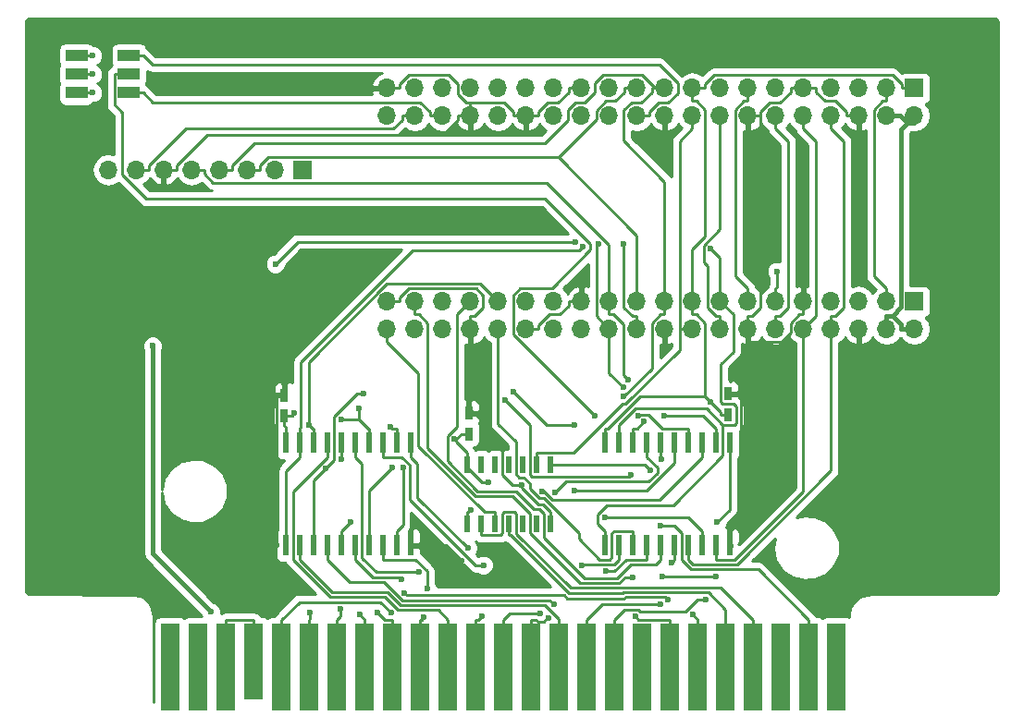
<source format=gbr>
G04 #@! TF.FileFunction,Copper,L1,Top,Mixed*
%FSLAX46Y46*%
G04 Gerber Fmt 4.6, Leading zero omitted, Abs format (unit mm)*
G04 Created by KiCad (PCBNEW 4.0.7) date 02/14/19 03:29:22*
%MOMM*%
%LPD*%
G01*
G04 APERTURE LIST*
%ADD10C,0.100000*%
%ADD11R,1.800000X8.000000*%
%ADD12R,1.800000X7.000000*%
%ADD13R,1.700000X1.700000*%
%ADD14O,1.700000X1.700000*%
%ADD15R,0.750000X1.200000*%
%ADD16R,2.000000X1.100000*%
%ADD17R,0.600000X1.950000*%
%ADD18R,0.600000X1.500000*%
%ADD19C,0.600000*%
%ADD20C,0.250000*%
%ADD21C,0.400000*%
%ADD22C,0.254000*%
G04 APERTURE END LIST*
D10*
D11*
X188203840Y-109827440D03*
X185663840Y-109827440D03*
X183123840Y-109827440D03*
X180583840Y-109827440D03*
X178043840Y-109827440D03*
X175503840Y-109827440D03*
X172963840Y-109827440D03*
X170423840Y-109827440D03*
X167883840Y-109827440D03*
X165343840Y-109827440D03*
X162803840Y-109827440D03*
X160263840Y-109827440D03*
X157723840Y-109827440D03*
X155183840Y-109827440D03*
X152643840Y-109827440D03*
X150103840Y-109827440D03*
X147563840Y-109827440D03*
X145023840Y-109827440D03*
X142483840Y-109827440D03*
X139943840Y-109827440D03*
X137403840Y-109827440D03*
D12*
X134858760Y-109334680D03*
D11*
X132323840Y-109827440D03*
X129783840Y-109827440D03*
X127243840Y-109827440D03*
D13*
X195326000Y-56769000D03*
D14*
X195326000Y-59309000D03*
X192786000Y-56769000D03*
X192786000Y-59309000D03*
X190246000Y-56769000D03*
X190246000Y-59309000D03*
X187706000Y-56769000D03*
X187706000Y-59309000D03*
X185166000Y-56769000D03*
X185166000Y-59309000D03*
X182626000Y-56769000D03*
X182626000Y-59309000D03*
X180086000Y-56769000D03*
X180086000Y-59309000D03*
X177546000Y-56769000D03*
X177546000Y-59309000D03*
X175006000Y-56769000D03*
X175006000Y-59309000D03*
X172466000Y-56769000D03*
X172466000Y-59309000D03*
X169926000Y-56769000D03*
X169926000Y-59309000D03*
X167386000Y-56769000D03*
X167386000Y-59309000D03*
X164846000Y-56769000D03*
X164846000Y-59309000D03*
X162306000Y-56769000D03*
X162306000Y-59309000D03*
X159766000Y-56769000D03*
X159766000Y-59309000D03*
X157226000Y-56769000D03*
X157226000Y-59309000D03*
X154686000Y-56769000D03*
X154686000Y-59309000D03*
X152146000Y-56769000D03*
X152146000Y-59309000D03*
X149606000Y-56769000D03*
X149606000Y-59309000D03*
X147066000Y-56769000D03*
X147066000Y-59309000D03*
D13*
X195326000Y-76327000D03*
D14*
X195326000Y-78867000D03*
X192786000Y-76327000D03*
X192786000Y-78867000D03*
X190246000Y-76327000D03*
X190246000Y-78867000D03*
X187706000Y-76327000D03*
X187706000Y-78867000D03*
X185166000Y-76327000D03*
X185166000Y-78867000D03*
X182626000Y-76327000D03*
X182626000Y-78867000D03*
X180086000Y-76327000D03*
X180086000Y-78867000D03*
X177546000Y-76327000D03*
X177546000Y-78867000D03*
X175006000Y-76327000D03*
X175006000Y-78867000D03*
X172466000Y-76327000D03*
X172466000Y-78867000D03*
X169926000Y-76327000D03*
X169926000Y-78867000D03*
X167386000Y-76327000D03*
X167386000Y-78867000D03*
X164846000Y-76327000D03*
X164846000Y-78867000D03*
X162306000Y-76327000D03*
X162306000Y-78867000D03*
X159766000Y-76327000D03*
X159766000Y-78867000D03*
X157226000Y-76327000D03*
X157226000Y-78867000D03*
X154686000Y-76327000D03*
X154686000Y-78867000D03*
X152146000Y-76327000D03*
X152146000Y-78867000D03*
X149606000Y-76327000D03*
X149606000Y-78867000D03*
X147066000Y-76327000D03*
X147066000Y-78867000D03*
D15*
X137668000Y-86802000D03*
X137668000Y-84902000D03*
X178308000Y-86675000D03*
X178308000Y-84775000D03*
D16*
X123431000Y-57199000D03*
X123431000Y-55499000D03*
X123431000Y-53799000D03*
X118631000Y-53799000D03*
X118631000Y-55499000D03*
X118631000Y-57199000D03*
D17*
X137795000Y-98680000D03*
X139065000Y-98680000D03*
X140335000Y-98680000D03*
X141605000Y-98680000D03*
X142875000Y-98680000D03*
X144145000Y-98680000D03*
X145415000Y-98680000D03*
X146685000Y-98680000D03*
X147955000Y-98680000D03*
X149225000Y-98680000D03*
X149225000Y-89280000D03*
X147955000Y-89280000D03*
X146685000Y-89280000D03*
X145415000Y-89280000D03*
X144145000Y-89280000D03*
X142875000Y-89280000D03*
X141605000Y-89280000D03*
X140335000Y-89280000D03*
X139065000Y-89280000D03*
X137795000Y-89280000D03*
D18*
X154432000Y-96680000D03*
X155702000Y-96680000D03*
X156972000Y-96680000D03*
X158242000Y-96680000D03*
X159512000Y-96680000D03*
X160782000Y-96680000D03*
X162052000Y-96680000D03*
X162052000Y-91280000D03*
X160782000Y-91280000D03*
X159512000Y-91280000D03*
X158242000Y-91280000D03*
X156972000Y-91280000D03*
X155702000Y-91280000D03*
X154432000Y-91280000D03*
D17*
X167005000Y-98680000D03*
X168275000Y-98680000D03*
X169545000Y-98680000D03*
X170815000Y-98680000D03*
X172085000Y-98680000D03*
X173355000Y-98680000D03*
X174625000Y-98680000D03*
X175895000Y-98680000D03*
X177165000Y-98680000D03*
X178435000Y-98680000D03*
X178435000Y-89280000D03*
X177165000Y-89280000D03*
X175895000Y-89280000D03*
X174625000Y-89280000D03*
X173355000Y-89280000D03*
X172085000Y-89280000D03*
X170815000Y-89280000D03*
X169545000Y-89280000D03*
X168275000Y-89280000D03*
X167005000Y-89280000D03*
D15*
X154559000Y-88453000D03*
X154559000Y-86553000D03*
D13*
X139319000Y-64262000D03*
D14*
X136779000Y-64262000D03*
X134239000Y-64262000D03*
X131699000Y-64262000D03*
X129159000Y-64262000D03*
X126619000Y-64262000D03*
X124079000Y-64262000D03*
X121539000Y-64262000D03*
D19*
X159351800Y-93134700D03*
X136982000Y-98687300D03*
X137668000Y-83788900D03*
X153849800Y-100114800D03*
X125603000Y-80391000D03*
X130937000Y-104775000D03*
X143726500Y-96569500D03*
X142913700Y-87142000D03*
X144457800Y-86162300D03*
X139877100Y-87643200D03*
X142875000Y-90787000D03*
X147543200Y-91553300D03*
X148508200Y-91554100D03*
X141451200Y-91648100D03*
X144946700Y-84783600D03*
X147376700Y-87836400D03*
X171150300Y-91801300D03*
X175024800Y-105023100D03*
X169788600Y-105204400D03*
X167118300Y-101055900D03*
X177266400Y-96564100D03*
X176235900Y-103629600D03*
X167010200Y-96097000D03*
X173106300Y-100229000D03*
X172054900Y-104085100D03*
X162373300Y-104098900D03*
X162473800Y-93849100D03*
X164917200Y-100524800D03*
X161824900Y-105319400D03*
X161278400Y-93710300D03*
X164201400Y-93685700D03*
X161058700Y-104953700D03*
X154484100Y-98932500D03*
X155873500Y-100487700D03*
X155744600Y-105141200D03*
X149949100Y-101134700D03*
X150737500Y-102617400D03*
X148358300Y-101785500D03*
X150446100Y-105298000D03*
X146188700Y-104836700D03*
X144561300Y-105039600D03*
X142776200Y-104488400D03*
X139991200Y-104868900D03*
X172740100Y-103638400D03*
X148673600Y-103036300D03*
X147443000Y-104848300D03*
X156337900Y-92876800D03*
X176662400Y-85550300D03*
X153234400Y-88936200D03*
X138553800Y-86575900D03*
X170576800Y-87339000D03*
X166396300Y-71046000D03*
X168699800Y-84191800D03*
X169152800Y-83512800D03*
X172400500Y-86763200D03*
X172108100Y-96906300D03*
X166116000Y-86815500D03*
X172260500Y-101561400D03*
X177198100Y-101561400D03*
X182726600Y-73557700D03*
X136834300Y-72878200D03*
X164286000Y-70841500D03*
X154692200Y-95421800D03*
X164220600Y-87612700D03*
X158657600Y-84581100D03*
X169561100Y-101578400D03*
X120132200Y-53799000D03*
X120138700Y-55499000D03*
X120132400Y-57199000D03*
X157865300Y-85340700D03*
X169380300Y-92218200D03*
X168732100Y-71046000D03*
X176656200Y-71455400D03*
X165005700Y-71309300D03*
X170023200Y-86758100D03*
X168672400Y-85054900D03*
X172159400Y-90759800D03*
D20*
X147066000Y-56769000D02*
X148241300Y-56769000D01*
X154686000Y-59309000D02*
X154686000Y-58133700D01*
X160941300Y-58941600D02*
X160941300Y-59309000D01*
X161749200Y-58133700D02*
X160941300Y-58941600D01*
X162673400Y-58133700D02*
X161749200Y-58133700D01*
X163670700Y-57136400D02*
X162673400Y-58133700D01*
X163670700Y-56769000D02*
X163670700Y-57136400D01*
X164846000Y-56769000D02*
X163670700Y-56769000D01*
X159766000Y-59309000D02*
X160941300Y-59309000D01*
X154318600Y-58133700D02*
X154686000Y-58133700D01*
X153510700Y-57325800D02*
X154318600Y-58133700D01*
X153510700Y-56419800D02*
X153510700Y-57325800D01*
X152679000Y-55588100D02*
X153510700Y-56419800D01*
X149054900Y-55588100D02*
X152679000Y-55588100D01*
X148241300Y-56401700D02*
X149054900Y-55588100D01*
X148241300Y-56769000D02*
X148241300Y-56401700D01*
X158590700Y-58941600D02*
X158590700Y-59309000D01*
X157782800Y-58133700D02*
X158590700Y-58941600D01*
X154686000Y-58133700D02*
X157782800Y-58133700D01*
X159766000Y-59309000D02*
X158590700Y-59309000D01*
X185166000Y-76914600D02*
X185166000Y-77502300D01*
X185166000Y-76914600D02*
X185166000Y-76327000D01*
X180086000Y-78867000D02*
X180086000Y-80034200D01*
X163670700Y-76694400D02*
X163670700Y-76327000D01*
X162862800Y-77502300D02*
X163670700Y-76694400D01*
X161938600Y-77502300D02*
X162862800Y-77502300D01*
X160941300Y-78499600D02*
X161938600Y-77502300D01*
X160941300Y-78867000D02*
X160941300Y-78499600D01*
X159766000Y-78867000D02*
X160941300Y-78867000D01*
X164846000Y-76327000D02*
X163670700Y-76327000D01*
X181261300Y-58941600D02*
X181261300Y-59309000D01*
X182069200Y-58133700D02*
X181261300Y-58941600D01*
X182993400Y-58133700D02*
X182069200Y-58133700D01*
X183990700Y-57136400D02*
X182993400Y-58133700D01*
X183990700Y-56769000D02*
X183990700Y-57136400D01*
X185166000Y-56769000D02*
X183990700Y-56769000D01*
X186341300Y-57136400D02*
X186341300Y-56769000D01*
X187149200Y-57944300D02*
X186341300Y-57136400D01*
X188073400Y-57944300D02*
X187149200Y-57944300D01*
X189070700Y-58941600D02*
X188073400Y-57944300D01*
X189070700Y-59309000D02*
X189070700Y-58941600D01*
X190246000Y-59309000D02*
X189070700Y-59309000D01*
X185166000Y-56769000D02*
X186341300Y-56769000D01*
X180086000Y-59309000D02*
X181148700Y-59309000D01*
X181148700Y-59309000D02*
X181261300Y-59309000D01*
X180453400Y-77691700D02*
X180086000Y-77691700D01*
X181261300Y-76883800D02*
X180453400Y-77691700D01*
X181261300Y-59309000D02*
X181261300Y-76883800D01*
X180086000Y-78867000D02*
X180086000Y-77691700D01*
X153510700Y-59676300D02*
X153510700Y-59309000D01*
X152103500Y-61083500D02*
X153510700Y-59676300D01*
X130605500Y-61083500D02*
X152103500Y-61083500D01*
X127794300Y-63894700D02*
X130605500Y-61083500D01*
X127794300Y-64262000D02*
X127794300Y-63894700D01*
X126619000Y-64262000D02*
X127794300Y-64262000D01*
X154686000Y-59309000D02*
X153510700Y-59309000D01*
X147066000Y-76327000D02*
X148241300Y-76327000D01*
X155053400Y-77691700D02*
X154686000Y-77691700D01*
X155861300Y-76883800D02*
X155053400Y-77691700D01*
X155861300Y-75801100D02*
X155861300Y-76883800D01*
X155211900Y-75151700D02*
X155861300Y-75801100D01*
X149049200Y-75151700D02*
X155211900Y-75151700D01*
X148241300Y-75959600D02*
X149049200Y-75151700D01*
X148241300Y-76327000D02*
X148241300Y-75959600D01*
X154686000Y-78867000D02*
X154686000Y-77691700D01*
X154559000Y-86553000D02*
X154559000Y-86090300D01*
X154559000Y-86090300D02*
X154559000Y-85627700D01*
X162052000Y-96680000D02*
X162052000Y-95604700D01*
X158553600Y-93134700D02*
X159351800Y-93134700D01*
X157597400Y-92178500D02*
X158553600Y-93134700D01*
X157597400Y-89128700D02*
X157597400Y-92178500D01*
X154559000Y-86090300D02*
X157597400Y-89128700D01*
X137668000Y-84902000D02*
X136967700Y-84902000D01*
X137668000Y-83788900D02*
X137668000Y-84902000D01*
X136967700Y-98673000D02*
X136982000Y-98687300D01*
X136967700Y-84902000D02*
X136967700Y-98673000D01*
X154559000Y-80169300D02*
X154559000Y-85627700D01*
X154686000Y-80042300D02*
X154559000Y-80169300D01*
X154686000Y-78867000D02*
X154686000Y-80042300D01*
X161356400Y-94909100D02*
X162052000Y-95604700D01*
X160869200Y-94909100D02*
X161356400Y-94909100D01*
X159351800Y-93391700D02*
X160869200Y-94909100D01*
X159351800Y-93134700D02*
X159351800Y-93391700D01*
X152415000Y-98680000D02*
X153849800Y-100114800D01*
X149225000Y-98680000D02*
X152415000Y-98680000D01*
X178308000Y-84775000D02*
X179008300Y-84775000D01*
X180094100Y-83689200D02*
X179008300Y-84775000D01*
X180094100Y-80042300D02*
X180094100Y-83689200D01*
X180086000Y-80034200D02*
X180094100Y-80042300D01*
X184798600Y-77502300D02*
X185166000Y-77502300D01*
X183990700Y-78310200D02*
X184798600Y-77502300D01*
X183990700Y-79193200D02*
X183990700Y-78310200D01*
X183141600Y-80042300D02*
X183990700Y-79193200D01*
X180094100Y-80042300D02*
X183141600Y-80042300D01*
X179481000Y-85247700D02*
X179008300Y-84775000D01*
X179481000Y-96333700D02*
X179481000Y-85247700D01*
X178435000Y-97379700D02*
X179481000Y-96333700D01*
X178435000Y-98680000D02*
X178435000Y-97379700D01*
D21*
X125603000Y-99441000D02*
X125603000Y-80391000D01*
X130937000Y-104775000D02*
X125603000Y-99441000D01*
X195326000Y-59309000D02*
X195326000Y-59934100D01*
X192786000Y-59309000D02*
X194036300Y-59309000D01*
X192786000Y-78867000D02*
X192786000Y-77616700D01*
X195326000Y-59934100D02*
X194661400Y-59934100D01*
X194661400Y-59934100D02*
X194036300Y-59309000D01*
X195326000Y-78867000D02*
X194075700Y-78867000D01*
X194075700Y-78388300D02*
X194075700Y-78867000D01*
X193304100Y-77616700D02*
X194075700Y-78388300D01*
X194075600Y-76845200D02*
X193304100Y-77616700D01*
X194075600Y-60519900D02*
X194075600Y-76845200D01*
X194661400Y-59934100D02*
X194075600Y-60519900D01*
X193304100Y-77616700D02*
X192786000Y-77616700D01*
D20*
X142875000Y-98680000D02*
X142875000Y-97379700D01*
X142916300Y-97379700D02*
X142875000Y-97379700D01*
X143726500Y-96569500D02*
X142916300Y-97379700D01*
X145415000Y-89280000D02*
X145415000Y-87979700D01*
X145295500Y-87979700D02*
X145415000Y-87979700D01*
X144457800Y-87142000D02*
X145295500Y-87979700D01*
X144457800Y-87142000D02*
X142913700Y-87142000D01*
X144457800Y-87142000D02*
X144457800Y-86162300D01*
X140335000Y-89280000D02*
X140335000Y-87979700D01*
X140213600Y-87979700D02*
X140335000Y-87979700D01*
X139877100Y-87643200D02*
X140213600Y-87979700D01*
X139877100Y-81853600D02*
X139877100Y-87643200D01*
X147063000Y-74667700D02*
X139877100Y-81853600D01*
X155566700Y-74667700D02*
X147063000Y-74667700D01*
X157226000Y-76327000D02*
X155566700Y-74667700D01*
X142875000Y-89280000D02*
X142875000Y-90787000D01*
X145415000Y-93681500D02*
X147543200Y-91553300D01*
X145415000Y-98680000D02*
X145415000Y-93681500D01*
X148508200Y-96826500D02*
X148508200Y-91554100D01*
X147955000Y-97379700D02*
X148508200Y-96826500D01*
X147955000Y-98680000D02*
X147955000Y-97379700D01*
X191610700Y-73976400D02*
X192786000Y-75151700D01*
X191610700Y-58752300D02*
X191610700Y-73976400D01*
X192418700Y-57944300D02*
X191610700Y-58752300D01*
X192786000Y-57944300D02*
X192418700Y-57944300D01*
X192786000Y-56769000D02*
X192786000Y-57944300D01*
X192786000Y-76327000D02*
X192786000Y-75151700D01*
X140335000Y-98029800D02*
X140335000Y-97379700D01*
X140335000Y-98029800D02*
X140335000Y-98680000D01*
X140335000Y-92764300D02*
X141451200Y-91648100D01*
X140335000Y-97379700D02*
X140335000Y-92764300D01*
X144352400Y-84783600D02*
X144946700Y-84783600D01*
X142230300Y-86905700D02*
X144352400Y-84783600D01*
X142230300Y-90869000D02*
X142230300Y-86905700D01*
X141451200Y-91648100D02*
X142230300Y-90869000D01*
X147955000Y-89280000D02*
X147955000Y-87979700D01*
X147520000Y-87979700D02*
X147376700Y-87836400D01*
X147955000Y-87979700D02*
X147520000Y-87979700D01*
X170629000Y-91280000D02*
X171150300Y-91801300D01*
X162052000Y-91280000D02*
X170629000Y-91280000D01*
X155702000Y-96680000D02*
X155702000Y-97755300D01*
X180583800Y-109827400D02*
X180583800Y-105502100D01*
X157406800Y-97755300D02*
X155702000Y-97755300D01*
X157597400Y-97564700D02*
X157406800Y-97755300D01*
X157597400Y-95806400D02*
X157597400Y-97564700D01*
X157799200Y-95604600D02*
X157597400Y-95806400D01*
X158733900Y-95604600D02*
X157799200Y-95604600D01*
X158879000Y-95749700D02*
X158733900Y-95604600D01*
X158879000Y-97606200D02*
X158879000Y-95749700D01*
X163854600Y-102581800D02*
X158879000Y-97606200D01*
X168485900Y-102581800D02*
X163854600Y-102581800D01*
X168536500Y-102531200D02*
X168485900Y-102581800D01*
X177612900Y-102531200D02*
X168536500Y-102531200D01*
X180583800Y-105502100D02*
X177612900Y-102531200D01*
X158242000Y-96680000D02*
X158242000Y-97755300D01*
X178043800Y-109827400D02*
X178043800Y-105502100D01*
X158391200Y-97755300D02*
X158242000Y-97755300D01*
X163700000Y-103064100D02*
X158391200Y-97755300D01*
X168640500Y-103064100D02*
X163700000Y-103064100D01*
X168723100Y-102981500D02*
X168640500Y-103064100D01*
X176472200Y-102981500D02*
X168723100Y-102981500D01*
X178043800Y-104553100D02*
X176472200Y-102981500D01*
X178043800Y-105502100D02*
X178043800Y-104553100D01*
X175503800Y-109827400D02*
X175503800Y-105502100D01*
X175503800Y-105502100D02*
X175024800Y-105023100D01*
X172963800Y-109827400D02*
X172963800Y-105502100D01*
X170086300Y-105502100D02*
X172963800Y-105502100D01*
X169788600Y-105204400D02*
X170086300Y-105502100D01*
X170815000Y-98680000D02*
X170815000Y-99980300D01*
X168913800Y-99980300D02*
X170815000Y-99980300D01*
X167838200Y-101055900D02*
X168913800Y-99980300D01*
X167118300Y-101055900D02*
X167838200Y-101055900D01*
X167883800Y-109827400D02*
X167883800Y-105502100D01*
X178435000Y-95395500D02*
X177266400Y-96564100D01*
X178435000Y-89280000D02*
X178435000Y-95395500D01*
X168809800Y-104576100D02*
X167883800Y-105502100D01*
X170044700Y-104576100D02*
X168809800Y-104576100D01*
X170218600Y-104750000D02*
X170044700Y-104576100D01*
X174390600Y-104750000D02*
X170218600Y-104750000D01*
X175511000Y-103629600D02*
X174390600Y-104750000D01*
X176235900Y-103629600D02*
X175511000Y-103629600D01*
X175895000Y-98680000D02*
X175895000Y-97379700D01*
X174612300Y-96097000D02*
X167010200Y-96097000D01*
X175895000Y-97379700D02*
X174612300Y-96097000D01*
X165343800Y-109827400D02*
X165343800Y-105502100D01*
X173355000Y-98680000D02*
X173355000Y-99980300D01*
X173355000Y-99980300D02*
X173106300Y-100229000D01*
X166760800Y-104085100D02*
X172054900Y-104085100D01*
X165343800Y-105502100D02*
X166760800Y-104085100D01*
X141605000Y-98680000D02*
X141605000Y-99980300D01*
X161967400Y-103693000D02*
X162373300Y-104098900D01*
X148446000Y-103693000D02*
X161967400Y-103693000D01*
X146788400Y-102035400D02*
X148446000Y-103693000D01*
X143660100Y-102035400D02*
X146788400Y-102035400D01*
X141605000Y-99980300D02*
X143660100Y-102035400D01*
X139065000Y-98680000D02*
X139065000Y-99980300D01*
X162803800Y-109827400D02*
X162803800Y-105502100D01*
X162803800Y-105413700D02*
X162803800Y-105502100D01*
X161533400Y-104143300D02*
X162803800Y-105413700D01*
X148259400Y-104143300D02*
X161533400Y-104143300D01*
X147078600Y-102962500D02*
X148259400Y-104143300D01*
X142047200Y-102962500D02*
X147078600Y-102962500D01*
X139065000Y-99980300D02*
X142047200Y-102962500D01*
X170815000Y-89280000D02*
X170815000Y-90580300D01*
X171801800Y-91567100D02*
X170815000Y-90580300D01*
X171801800Y-92034200D02*
X171801800Y-91567100D01*
X170992500Y-92843500D02*
X171801800Y-92034200D01*
X163479400Y-92843500D02*
X170992500Y-92843500D01*
X162473800Y-93849100D02*
X163479400Y-92843500D01*
X160263800Y-109827400D02*
X160263800Y-105502100D01*
X168275000Y-98680000D02*
X168275000Y-99980300D01*
X167824700Y-100430600D02*
X168275000Y-99980300D01*
X165011400Y-100430600D02*
X167824700Y-100430600D01*
X164917200Y-100524800D02*
X165011400Y-100430600D01*
X161701000Y-105319400D02*
X161824900Y-105319400D01*
X161379600Y-105640800D02*
X161701000Y-105319400D01*
X160861500Y-105640800D02*
X161379600Y-105640800D01*
X160722800Y-105502100D02*
X160861500Y-105640800D01*
X160263800Y-105502100D02*
X160722800Y-105502100D01*
X175895000Y-89280000D02*
X175895000Y-90580300D01*
X172000900Y-94474400D02*
X175895000Y-90580300D01*
X162214800Y-94474400D02*
X172000900Y-94474400D01*
X161450700Y-93710300D02*
X162214800Y-94474400D01*
X161278400Y-93710300D02*
X161450700Y-93710300D01*
X157723800Y-109827400D02*
X157723800Y-105502100D01*
X173355000Y-89280000D02*
X173355000Y-90580300D01*
X158272200Y-104953700D02*
X161058700Y-104953700D01*
X157723800Y-105502100D02*
X158272200Y-104953700D01*
X170806900Y-93685700D02*
X164201400Y-93685700D01*
X173355000Y-91137600D02*
X170806900Y-93685700D01*
X173355000Y-90580300D02*
X173355000Y-91137600D01*
X149850300Y-94298700D02*
X154484100Y-98932500D01*
X149850300Y-91205600D02*
X149850300Y-94298700D01*
X149225000Y-90580300D02*
X149850300Y-91205600D01*
X149225000Y-89280000D02*
X149225000Y-90580300D01*
X155183800Y-109827400D02*
X155183800Y-105502100D01*
X146685000Y-89280000D02*
X146685000Y-90580300D01*
X155383700Y-105502100D02*
X155183800Y-105502100D01*
X155744600Y-105141200D02*
X155383700Y-105502100D01*
X148418800Y-90580300D02*
X146685000Y-90580300D01*
X149133500Y-91295000D02*
X148418800Y-90580300D01*
X149133500Y-94466200D02*
X149133500Y-91295000D01*
X155155000Y-100487700D02*
X149133500Y-94466200D01*
X155873500Y-100487700D02*
X155155000Y-100487700D01*
X144145000Y-89280000D02*
X144145000Y-90580300D01*
X146073700Y-101134700D02*
X149949100Y-101134700D01*
X144770300Y-99831300D02*
X146073700Y-101134700D01*
X144770300Y-91205600D02*
X144770300Y-99831300D01*
X144145000Y-90580300D02*
X144770300Y-91205600D01*
X141605000Y-89280000D02*
X141605000Y-90580300D01*
X152643800Y-109827400D02*
X152643800Y-105502100D01*
X138439600Y-93745700D02*
X141605000Y-90580300D01*
X138439600Y-99991800D02*
X138439600Y-93745700D01*
X141860600Y-103412800D02*
X138439600Y-99991800D01*
X146892000Y-103412800D02*
X141860600Y-103412800D01*
X148076000Y-104596800D02*
X146892000Y-103412800D01*
X151738500Y-104596800D02*
X148076000Y-104596800D01*
X152643800Y-105502100D02*
X151738500Y-104596800D01*
X150737500Y-101032400D02*
X150737500Y-102617400D01*
X149685400Y-99980300D02*
X150737500Y-101032400D01*
X146685000Y-99980300D02*
X149685400Y-99980300D01*
X146685000Y-98680000D02*
X146685000Y-99980300D01*
X150103800Y-109827400D02*
X150103800Y-105502100D01*
X150242000Y-105502100D02*
X150103800Y-105502100D01*
X150446100Y-105298000D02*
X150242000Y-105502100D01*
X144145000Y-98680000D02*
X144145000Y-99980300D01*
X148157900Y-101585100D02*
X148358300Y-101785500D01*
X145749800Y-101585100D02*
X148157900Y-101585100D01*
X144145000Y-99980300D02*
X145749800Y-101585100D01*
X147563800Y-109827400D02*
X147563800Y-105502100D01*
X146854100Y-105502100D02*
X147563800Y-105502100D01*
X146188700Y-104836700D02*
X146854100Y-105502100D01*
X145023800Y-109827400D02*
X145023800Y-105502100D01*
X144561300Y-105039600D02*
X145023800Y-105502100D01*
X142776200Y-105209700D02*
X142483800Y-105502100D01*
X142776200Y-104488400D02*
X142776200Y-105209700D01*
X142483800Y-109827400D02*
X142483800Y-105502100D01*
X139991200Y-105454700D02*
X139943800Y-105502100D01*
X139991200Y-104868900D02*
X139991200Y-105454700D01*
X139943800Y-109827400D02*
X139943800Y-105502100D01*
X137403800Y-109827400D02*
X137403800Y-105502100D01*
X146457800Y-103863100D02*
X147443000Y-104848300D01*
X139042800Y-103863100D02*
X146457800Y-103863100D01*
X137403800Y-105502100D02*
X139042800Y-103863100D01*
X172533500Y-103431800D02*
X172740100Y-103638400D01*
X168909700Y-103431800D02*
X172533500Y-103431800D01*
X168802800Y-103538700D02*
X168909700Y-103431800D01*
X163537700Y-103538700D02*
X168802800Y-103538700D01*
X163241700Y-103242700D02*
X163537700Y-103538700D01*
X148880000Y-103242700D02*
X163241700Y-103242700D01*
X148673600Y-103036300D02*
X148880000Y-103242700D01*
X137795000Y-87854300D02*
X137668000Y-87727300D01*
X137795000Y-89280000D02*
X137795000Y-87854300D01*
X137668000Y-86802000D02*
X137668000Y-87727300D01*
X195326000Y-56769000D02*
X194150700Y-56769000D01*
X176181300Y-56401600D02*
X176181300Y-56769000D01*
X176989200Y-55593700D02*
X176181300Y-56401600D01*
X193342800Y-55593700D02*
X176989200Y-55593700D01*
X194150700Y-56401600D02*
X193342800Y-55593700D01*
X194150700Y-56769000D02*
X194150700Y-56401600D01*
X175006000Y-56769000D02*
X175006000Y-57944300D01*
X175006000Y-56769000D02*
X176181300Y-56769000D01*
X175006000Y-71584400D02*
X175006000Y-76327000D01*
X176181300Y-70409100D02*
X175006000Y-71584400D01*
X176181300Y-58752200D02*
X176181300Y-70409100D01*
X175373400Y-57944300D02*
X176181300Y-58752200D01*
X175006000Y-57944300D02*
X175373400Y-57944300D01*
X175006000Y-76327000D02*
X175006000Y-77502300D01*
X167005000Y-89280000D02*
X167005000Y-87979700D01*
X175373400Y-77502300D02*
X175006000Y-77502300D01*
X176181300Y-78310200D02*
X175373400Y-77502300D01*
X176181300Y-84986400D02*
X176181300Y-78310200D01*
X176139900Y-85027800D02*
X176181300Y-84986400D01*
X178308000Y-86675000D02*
X177607700Y-86675000D01*
X176139900Y-85027800D02*
X176662400Y-85550300D01*
X177607700Y-86495600D02*
X177607700Y-86675000D01*
X176662400Y-85550300D02*
X177607700Y-86495600D01*
X170232000Y-85027800D02*
X176139900Y-85027800D01*
X167280100Y-87979700D02*
X170232000Y-85027800D01*
X167005000Y-87979700D02*
X167280100Y-87979700D01*
X154559000Y-88453000D02*
X153858700Y-88453000D01*
X153234400Y-88936200D02*
X153375500Y-88936200D01*
X153375500Y-88936200D02*
X153858700Y-88453000D01*
X153375500Y-89148200D02*
X153375500Y-88936200D01*
X154432000Y-90204700D02*
X153375500Y-89148200D01*
X154432000Y-91280000D02*
X154432000Y-90204700D01*
X155767000Y-92876800D02*
X156337900Y-92876800D01*
X154432000Y-91541800D02*
X155767000Y-92876800D01*
X154432000Y-91280000D02*
X154432000Y-91541800D01*
X138368300Y-86761400D02*
X138368300Y-86802000D01*
X138553800Y-86575900D02*
X138368300Y-86761400D01*
X137668000Y-86802000D02*
X138368300Y-86802000D01*
X169545000Y-89280000D02*
X169545000Y-87979700D01*
X167386000Y-78867000D02*
X167386000Y-80042300D01*
X169936100Y-87979700D02*
X170576800Y-87339000D01*
X169545000Y-87979700D02*
X169936100Y-87979700D01*
X166210600Y-71231700D02*
X166396300Y-71046000D01*
X166210600Y-77691600D02*
X166210600Y-71231700D01*
X167386000Y-78867000D02*
X166210600Y-77691600D01*
X167386000Y-82878000D02*
X168699800Y-84191800D01*
X167386000Y-80042300D02*
X167386000Y-82878000D01*
X167386000Y-76327000D02*
X167386000Y-77502300D01*
X175948500Y-86763200D02*
X177165000Y-87979700D01*
X172400500Y-86763200D02*
X175948500Y-86763200D01*
X177165000Y-89280000D02*
X177165000Y-87979700D01*
X168673400Y-83033400D02*
X169152800Y-83512800D01*
X168673400Y-78422300D02*
X168673400Y-83033400D01*
X167753400Y-77502300D02*
X168673400Y-78422300D01*
X167386000Y-77502300D02*
X167753400Y-77502300D01*
X129159000Y-64262000D02*
X130334300Y-64262000D01*
X130334300Y-64629400D02*
X130334300Y-64262000D01*
X131142200Y-65437300D02*
X130334300Y-64629400D01*
X161672000Y-65437300D02*
X131142200Y-65437300D01*
X167386000Y-71151300D02*
X161672000Y-65437300D01*
X167386000Y-76327000D02*
X167386000Y-71151300D01*
X177165000Y-98680000D02*
X177165000Y-99980300D01*
X185166000Y-59309000D02*
X185166000Y-60484300D01*
X185166000Y-93705200D02*
X185166000Y-78867000D01*
X178890900Y-99980300D02*
X185166000Y-93705200D01*
X177165000Y-99980300D02*
X178890900Y-99980300D01*
X186341300Y-61659600D02*
X185166000Y-60484300D01*
X186341300Y-77691700D02*
X186341300Y-61659600D01*
X185166000Y-78867000D02*
X186341300Y-77691700D01*
X169545000Y-98680000D02*
X169545000Y-97379700D01*
X157226000Y-78867000D02*
X157226000Y-80042300D01*
X167840200Y-97379700D02*
X169545000Y-97379700D01*
X167640000Y-97579900D02*
X167840200Y-97379700D01*
X167640000Y-99787600D02*
X167640000Y-97579900D01*
X167447300Y-99980300D02*
X167640000Y-99787600D01*
X166522900Y-99980300D02*
X167447300Y-99980300D01*
X164620900Y-98078300D02*
X166522900Y-99980300D01*
X164620900Y-97536700D02*
X164620900Y-98078300D01*
X161419900Y-94335700D02*
X164620900Y-97536700D01*
X161001600Y-94335700D02*
X161419900Y-94335700D01*
X160156600Y-93490700D02*
X161001600Y-94335700D01*
X160156600Y-93013800D02*
X160156600Y-93490700D01*
X159575100Y-92432300D02*
X160156600Y-93013800D01*
X159144700Y-92432300D02*
X159575100Y-92432300D01*
X158867400Y-92155000D02*
X159144700Y-92432300D01*
X158867400Y-89190300D02*
X158867400Y-92155000D01*
X157226000Y-87548900D02*
X158867400Y-89190300D01*
X157226000Y-80042300D02*
X157226000Y-87548900D01*
X172085000Y-98680000D02*
X172085000Y-99980300D01*
X153500300Y-77512700D02*
X154686000Y-76327000D01*
X153500300Y-87786000D02*
X153500300Y-77512700D01*
X152609100Y-88677200D02*
X153500300Y-87786000D01*
X152609100Y-90968300D02*
X152609100Y-88677200D01*
X155360400Y-93719600D02*
X152609100Y-90968300D01*
X158842900Y-93719600D02*
X155360400Y-93719600D01*
X160482700Y-95359400D02*
X158842900Y-93719600D01*
X161030200Y-95359400D02*
X160482700Y-95359400D01*
X161426600Y-95755800D02*
X161030200Y-95359400D01*
X161426600Y-97958900D02*
X161426600Y-95755800D01*
X165148900Y-101681200D02*
X161426600Y-97958900D01*
X168112700Y-101681200D02*
X165148900Y-101681200D01*
X169353800Y-100440100D02*
X168112700Y-101681200D01*
X171625200Y-100440100D02*
X169353800Y-100440100D01*
X172085000Y-99980300D02*
X171625200Y-100440100D01*
X174625000Y-98680000D02*
X174625000Y-99980300D01*
X187706000Y-59309000D02*
X187706000Y-60484300D01*
X175078600Y-100433900D02*
X174625000Y-99980300D01*
X179081600Y-100433900D02*
X175078600Y-100433900D01*
X187706000Y-91809500D02*
X179081600Y-100433900D01*
X187706000Y-78867000D02*
X187706000Y-91809500D01*
X188881300Y-61659600D02*
X187706000Y-60484300D01*
X188881300Y-76883800D02*
X188881300Y-61659600D01*
X188073400Y-77691700D02*
X188881300Y-76883800D01*
X187706000Y-77691700D02*
X188073400Y-77691700D01*
X187706000Y-78867000D02*
X187706000Y-77691700D01*
X185663800Y-109827400D02*
X185663800Y-105502100D01*
X173393000Y-96906300D02*
X172108100Y-96906300D01*
X173999600Y-97512900D02*
X173393000Y-96906300D01*
X173999600Y-100026800D02*
X173999600Y-97512900D01*
X174857200Y-100884400D02*
X173999600Y-100026800D01*
X181046100Y-100884400D02*
X174857200Y-100884400D01*
X185663800Y-105502100D02*
X181046100Y-100884400D01*
X123431000Y-55499000D02*
X122105700Y-55499000D01*
X166043900Y-86815500D02*
X166116000Y-86815500D01*
X158585500Y-79357100D02*
X166043900Y-86815500D01*
X158585500Y-75777900D02*
X158585500Y-79357100D01*
X159249100Y-75114300D02*
X158585500Y-75777900D01*
X162147800Y-75114300D02*
X159249100Y-75114300D01*
X165661500Y-71600600D02*
X162147800Y-75114300D01*
X165661500Y-71061700D02*
X165661500Y-71600600D01*
X161534400Y-66934600D02*
X165661500Y-71061700D01*
X125048500Y-66934600D02*
X161534400Y-66934600D01*
X122809000Y-64695100D02*
X125048500Y-66934600D01*
X122809000Y-58991100D02*
X122809000Y-64695100D01*
X122105700Y-58287800D02*
X122809000Y-58991100D01*
X122105700Y-55499000D02*
X122105700Y-58287800D01*
X134851500Y-105502100D02*
X134858800Y-105509400D01*
X132323800Y-105502100D02*
X134851500Y-105502100D01*
X132323800Y-109827400D02*
X132323800Y-105502100D01*
X134858800Y-109334700D02*
X134858800Y-105509400D01*
X177198100Y-101561400D02*
X172260500Y-101561400D01*
X182626000Y-76327000D02*
X182626000Y-75151700D01*
X182726600Y-75051100D02*
X182726600Y-73557700D01*
X182626000Y-75151700D02*
X182726600Y-75051100D01*
X182993400Y-77691700D02*
X182626000Y-77691700D01*
X183801300Y-76883800D02*
X182993400Y-77691700D01*
X183801300Y-61659600D02*
X183801300Y-76883800D01*
X182626000Y-60484300D02*
X183801300Y-61659600D01*
X182626000Y-59309000D02*
X182626000Y-60484300D01*
X182626000Y-78867000D02*
X182626000Y-77691700D01*
X138871000Y-70841500D02*
X164286000Y-70841500D01*
X136834300Y-72878200D02*
X138871000Y-70841500D01*
X179718600Y-57944300D02*
X180086000Y-57944300D01*
X178910700Y-58752200D02*
X179718600Y-57944300D01*
X178910700Y-73976400D02*
X178910700Y-58752200D01*
X180086000Y-75151700D02*
X178910700Y-73976400D01*
X180086000Y-76327000D02*
X180086000Y-75151700D01*
X180086000Y-56769000D02*
X180086000Y-57944300D01*
X177546000Y-78867000D02*
X177546000Y-77691700D01*
X177178600Y-77691700D02*
X177546000Y-77691700D01*
X176370700Y-76883800D02*
X177178600Y-77691700D01*
X176370700Y-73055200D02*
X176370700Y-76883800D01*
X176030900Y-72715400D02*
X176370700Y-73055200D01*
X176030900Y-71196400D02*
X176030900Y-72715400D01*
X177546000Y-69681300D02*
X176030900Y-71196400D01*
X177546000Y-59309000D02*
X177546000Y-69681300D01*
X154509300Y-95604700D02*
X154692200Y-95421800D01*
X154432000Y-95604700D02*
X154509300Y-95604700D01*
X154432000Y-96680000D02*
X154432000Y-95604700D01*
X175006000Y-78867000D02*
X173943300Y-78867000D01*
X173943300Y-78867000D02*
X173830700Y-78867000D01*
X173830700Y-61659600D02*
X175006000Y-60484300D01*
X173830700Y-78867000D02*
X173830700Y-61659600D01*
X175006000Y-59309000D02*
X175006000Y-60484300D01*
X160782000Y-91280000D02*
X160782000Y-90204700D01*
X164143000Y-90204700D02*
X160782000Y-90204700D01*
X168625200Y-85722500D02*
X164143000Y-90204700D01*
X168900400Y-85722500D02*
X168625200Y-85722500D01*
X173830700Y-80792200D02*
X168900400Y-85722500D01*
X173830700Y-78867000D02*
X173830700Y-80792200D01*
X161689200Y-87612700D02*
X158657600Y-84581100D01*
X164220600Y-87612700D02*
X161689200Y-87612700D01*
X149606000Y-76327000D02*
X149606000Y-77502300D01*
X149973400Y-77502300D02*
X149606000Y-77502300D01*
X150781300Y-78310200D02*
X149973400Y-77502300D01*
X150781300Y-89787500D02*
X150781300Y-78310200D01*
X155163700Y-94169900D02*
X150781300Y-89787500D01*
X158521500Y-94169900D02*
X155163700Y-94169900D01*
X160156600Y-95805000D02*
X158521500Y-94169900D01*
X160156600Y-97577800D02*
X160156600Y-95805000D01*
X164710300Y-102131500D02*
X160156600Y-97577800D01*
X168299300Y-102131500D02*
X164710300Y-102131500D01*
X168852400Y-101578400D02*
X168299300Y-102131500D01*
X169561100Y-101578400D02*
X168852400Y-101578400D01*
X118631000Y-53799000D02*
X119956300Y-53799000D01*
X119956300Y-53799000D02*
X120132200Y-53799000D01*
X118631000Y-55499000D02*
X119956300Y-55499000D01*
X119956300Y-55499000D02*
X120138700Y-55499000D01*
X118631000Y-57199000D02*
X120132400Y-57199000D01*
X125631600Y-58074300D02*
X124756300Y-57199000D01*
X150103400Y-58074300D02*
X125631600Y-58074300D01*
X150970700Y-58941600D02*
X150103400Y-58074300D01*
X150970700Y-59309000D02*
X150970700Y-58941600D01*
X152146000Y-59309000D02*
X150970700Y-59309000D01*
X123431000Y-57199000D02*
X124756300Y-57199000D01*
X160137400Y-87612800D02*
X157865300Y-85340700D01*
X160137400Y-92204200D02*
X160137400Y-87612800D01*
X160314000Y-92380800D02*
X160137400Y-92204200D01*
X169217700Y-92380800D02*
X160314000Y-92380800D01*
X169380300Y-92218200D02*
X169217700Y-92380800D01*
X169926000Y-78867000D02*
X169926000Y-77691700D01*
X125580900Y-54623600D02*
X124756300Y-53799000D01*
X172003700Y-54623600D02*
X125580900Y-54623600D01*
X173681300Y-56301200D02*
X172003700Y-54623600D01*
X173681300Y-57254700D02*
X173681300Y-56301200D01*
X172802300Y-58133700D02*
X173681300Y-57254700D01*
X171909200Y-58133700D02*
X172802300Y-58133700D01*
X171101300Y-58941600D02*
X171909200Y-58133700D01*
X171101300Y-59309000D02*
X171101300Y-58941600D01*
X169926000Y-59309000D02*
X171101300Y-59309000D01*
X123431000Y-53799000D02*
X124756300Y-53799000D01*
X168732100Y-76865100D02*
X168732100Y-71046000D01*
X169558700Y-77691700D02*
X168732100Y-76865100D01*
X169926000Y-77691700D02*
X169558700Y-77691700D01*
X156972000Y-96680000D02*
X156972000Y-95604700D01*
X147066000Y-78867000D02*
X147066000Y-80042300D01*
X149944800Y-82921100D02*
X147066000Y-80042300D01*
X149944800Y-89587900D02*
X149944800Y-82921100D01*
X155961600Y-95604700D02*
X149944800Y-89587900D01*
X156972000Y-95604700D02*
X155961600Y-95604700D01*
X177546000Y-76327000D02*
X177546000Y-75151700D01*
X168275000Y-89280000D02*
X168275000Y-87979700D01*
X177546000Y-72345200D02*
X176656200Y-71455400D01*
X177546000Y-75151700D02*
X177546000Y-72345200D01*
X167005000Y-98680000D02*
X167005000Y-97379700D01*
X178848400Y-87606800D02*
X177790400Y-87606800D01*
X179008400Y-87446800D02*
X178848400Y-87606800D01*
X179008400Y-85922400D02*
X179008400Y-87446800D01*
X178817500Y-85731500D02*
X179008400Y-85922400D01*
X177772000Y-85731500D02*
X178817500Y-85731500D01*
X177607600Y-85567100D02*
X177772000Y-85731500D01*
X177607600Y-82054300D02*
X177607600Y-85567100D01*
X178738000Y-80923900D02*
X177607600Y-82054300D01*
X178738000Y-77519000D02*
X178738000Y-80923900D01*
X177546000Y-76327000D02*
X178738000Y-77519000D01*
X139065000Y-88722900D02*
X139065000Y-87979700D01*
X139065000Y-88722900D02*
X139065000Y-89280000D01*
X137795000Y-91850300D02*
X137795000Y-98680000D01*
X139065000Y-90580300D02*
X137795000Y-91850300D01*
X139065000Y-89280000D02*
X139065000Y-90580300D01*
X177790400Y-90427000D02*
X177790400Y-87606800D01*
X173245100Y-94972300D02*
X177790400Y-90427000D01*
X167214800Y-94972300D02*
X173245100Y-94972300D01*
X166368100Y-95819000D02*
X167214800Y-94972300D01*
X166368100Y-96742800D02*
X166368100Y-95819000D01*
X167005000Y-97379700D02*
X166368100Y-96742800D01*
X176291200Y-86107600D02*
X177790400Y-87606800D01*
X169789100Y-86107600D02*
X176291200Y-86107600D01*
X168275000Y-87621700D02*
X169789100Y-86107600D01*
X168275000Y-87979700D02*
X168275000Y-87621700D01*
X164631800Y-71683200D02*
X165005700Y-71309300D01*
X149372500Y-71683200D02*
X164631800Y-71683200D01*
X139189500Y-81866200D02*
X149372500Y-71683200D01*
X139189500Y-87855200D02*
X139189500Y-81866200D01*
X139065000Y-87979700D02*
X139189500Y-87855200D01*
X170407200Y-55587900D02*
X171588300Y-56769000D01*
X166808300Y-55587900D02*
X170407200Y-55587900D01*
X166116000Y-56280200D02*
X166808300Y-55587900D01*
X166116000Y-57163200D02*
X166116000Y-56280200D01*
X165145500Y-58133700D02*
X166116000Y-57163200D01*
X164280500Y-58133700D02*
X165145500Y-58133700D01*
X163609400Y-58804800D02*
X164280500Y-58133700D01*
X163609400Y-59668000D02*
X163609400Y-58804800D01*
X161462900Y-61814500D02*
X163609400Y-59668000D01*
X134954500Y-61814500D02*
X161462900Y-61814500D01*
X132874300Y-63894700D02*
X134954500Y-61814500D01*
X132874300Y-64262000D02*
X132874300Y-63894700D01*
X172466000Y-56769000D02*
X171588300Y-56769000D01*
X171588300Y-56769000D02*
X171290700Y-56769000D01*
X131699000Y-64262000D02*
X132874300Y-64262000D01*
X174625000Y-89280000D02*
X174625000Y-87979700D01*
X172466000Y-65347100D02*
X172466000Y-76327000D01*
X168727300Y-61608400D02*
X172466000Y-65347100D01*
X168727300Y-58797900D02*
X168727300Y-61608400D01*
X169428600Y-58096600D02*
X168727300Y-58797900D01*
X170330500Y-58096600D02*
X169428600Y-58096600D01*
X171290700Y-57136400D02*
X170330500Y-58096600D01*
X171290700Y-56769000D02*
X171290700Y-57136400D01*
X172466000Y-76327000D02*
X172466000Y-77502300D01*
X170075400Y-86705900D02*
X170023200Y-86758100D01*
X170953300Y-86705900D02*
X170075400Y-86705900D01*
X172227100Y-87979700D02*
X170953300Y-86705900D01*
X174625000Y-87979700D02*
X172227100Y-87979700D01*
X172098600Y-77502300D02*
X172466000Y-77502300D01*
X171290700Y-78310200D02*
X172098600Y-77502300D01*
X171290700Y-82485300D02*
X171290700Y-78310200D01*
X168721100Y-85054900D02*
X171290700Y-82485300D01*
X168672400Y-85054900D02*
X168721100Y-85054900D01*
X172085000Y-89280000D02*
X172085000Y-90580300D01*
X134239000Y-64262000D02*
X135414300Y-64262000D01*
X169926000Y-56769000D02*
X168750700Y-56769000D01*
X169926000Y-70280000D02*
X162732700Y-63086700D01*
X169926000Y-76327000D02*
X169926000Y-70280000D01*
X136222200Y-63086700D02*
X162732700Y-63086700D01*
X135414300Y-63894600D02*
X136222200Y-63086700D01*
X135414300Y-64262000D02*
X135414300Y-63894600D01*
X168750700Y-57136400D02*
X168750700Y-56769000D01*
X167942800Y-57944300D02*
X168750700Y-57136400D01*
X167085900Y-57944300D02*
X167942800Y-57944300D01*
X166210600Y-58819600D02*
X167085900Y-57944300D01*
X166210600Y-59608800D02*
X166210600Y-58819600D01*
X162732700Y-63086700D02*
X166210600Y-59608800D01*
X172085000Y-90685400D02*
X172159400Y-90759800D01*
X172085000Y-90580300D02*
X172085000Y-90685400D01*
X148430700Y-59676400D02*
X148430700Y-59309000D01*
X147622800Y-60484300D02*
X148430700Y-59676400D01*
X128664700Y-60484300D02*
X147622800Y-60484300D01*
X125254300Y-63894700D02*
X128664700Y-60484300D01*
X125254300Y-64262000D02*
X125254300Y-63894700D01*
X124079000Y-64262000D02*
X125254300Y-64262000D01*
X149606000Y-59309000D02*
X148430700Y-59309000D01*
D22*
G36*
X202725377Y-50412811D02*
X202861341Y-50503658D01*
X202952189Y-50639622D01*
X202998000Y-50869931D01*
X202998000Y-102673069D01*
X202952189Y-102903378D01*
X202861341Y-103039342D01*
X202725377Y-103130189D01*
X202495073Y-103176000D01*
X191223900Y-103176000D01*
X191155313Y-103189643D01*
X191085385Y-103189643D01*
X190647978Y-103276649D01*
X190526085Y-103327139D01*
X190392038Y-103382663D01*
X190021222Y-103630433D01*
X189923256Y-103728400D01*
X189825333Y-103826323D01*
X189577562Y-104197138D01*
X189537791Y-104293155D01*
X189471548Y-104453079D01*
X189384543Y-104890485D01*
X189384543Y-104960413D01*
X189370900Y-105029000D01*
X189370900Y-105241374D01*
X189355730Y-105231009D01*
X189103840Y-105180000D01*
X187303840Y-105180000D01*
X187068523Y-105224278D01*
X186933263Y-105311316D01*
X186815730Y-105231009D01*
X186563840Y-105180000D01*
X186345060Y-105180000D01*
X186201201Y-104964699D01*
X181583501Y-100346999D01*
X181336939Y-100182252D01*
X181046100Y-100124400D01*
X180465902Y-100124400D01*
X182544663Y-98045639D01*
X182375734Y-98894900D01*
X182601665Y-100030730D01*
X183245060Y-100993640D01*
X184207970Y-101637035D01*
X185343800Y-101862966D01*
X185747925Y-101782580D01*
X186158984Y-101782939D01*
X187219726Y-101344650D01*
X188031997Y-100533795D01*
X188472138Y-99473820D01*
X188473139Y-98326096D01*
X188034850Y-97265354D01*
X187223995Y-96453083D01*
X186164020Y-96012942D01*
X185774988Y-96012603D01*
X185343800Y-95926834D01*
X184494539Y-96095763D01*
X188243401Y-92346901D01*
X188408148Y-92100340D01*
X188422139Y-92030000D01*
X188466000Y-91809500D01*
X188466000Y-80139954D01*
X188756054Y-79946147D01*
X188983702Y-79605447D01*
X189050817Y-79748358D01*
X189479076Y-80138645D01*
X189889110Y-80308476D01*
X190119000Y-80187155D01*
X190119000Y-78994000D01*
X190099000Y-78994000D01*
X190099000Y-78740000D01*
X190119000Y-78740000D01*
X190119000Y-78720000D01*
X190373000Y-78720000D01*
X190373000Y-78740000D01*
X190393000Y-78740000D01*
X190393000Y-78994000D01*
X190373000Y-78994000D01*
X190373000Y-80187155D01*
X190602890Y-80308476D01*
X191012924Y-80138645D01*
X191441183Y-79748358D01*
X191508298Y-79605447D01*
X191735946Y-79946147D01*
X192217715Y-80268054D01*
X192786000Y-80381093D01*
X193354285Y-80268054D01*
X193836054Y-79946147D01*
X194008164Y-79688566D01*
X194075700Y-79702000D01*
X194112813Y-79702000D01*
X194275946Y-79946147D01*
X194757715Y-80268054D01*
X195326000Y-80381093D01*
X195894285Y-80268054D01*
X196376054Y-79946147D01*
X196697961Y-79464378D01*
X196811000Y-78896093D01*
X196811000Y-78837907D01*
X196697961Y-78269622D01*
X196376054Y-77787853D01*
X196374821Y-77787029D01*
X196411317Y-77780162D01*
X196627441Y-77641090D01*
X196772431Y-77428890D01*
X196823440Y-77177000D01*
X196823440Y-75477000D01*
X196779162Y-75241683D01*
X196640090Y-75025559D01*
X196427890Y-74880569D01*
X196176000Y-74829560D01*
X194910600Y-74829560D01*
X194910600Y-60865768D01*
X195007268Y-60769100D01*
X195054559Y-60769100D01*
X195326000Y-60823093D01*
X195894285Y-60710054D01*
X196376054Y-60388147D01*
X196697961Y-59906378D01*
X196811000Y-59338093D01*
X196811000Y-59279907D01*
X196697961Y-58711622D01*
X196376054Y-58229853D01*
X196374821Y-58229029D01*
X196411317Y-58222162D01*
X196627441Y-58083090D01*
X196772431Y-57870890D01*
X196823440Y-57619000D01*
X196823440Y-55919000D01*
X196779162Y-55683683D01*
X196640090Y-55467559D01*
X196427890Y-55322569D01*
X196176000Y-55271560D01*
X194476000Y-55271560D01*
X194240683Y-55315838D01*
X194179263Y-55355361D01*
X193880201Y-55056299D01*
X193633639Y-54891552D01*
X193342800Y-54833700D01*
X176989200Y-54833700D01*
X176698361Y-54891552D01*
X176451799Y-55056299D01*
X175913498Y-55594600D01*
X175574285Y-55367946D01*
X175006000Y-55254907D01*
X174437715Y-55367946D01*
X174069129Y-55614227D01*
X172541101Y-54086199D01*
X172294539Y-53921452D01*
X172003700Y-53863600D01*
X125895703Y-53863600D01*
X125293701Y-53261599D01*
X125050196Y-53098894D01*
X125034162Y-53013683D01*
X124895090Y-52797559D01*
X124682890Y-52652569D01*
X124431000Y-52601560D01*
X122431000Y-52601560D01*
X122195683Y-52645838D01*
X121979559Y-52784910D01*
X121834569Y-52997110D01*
X121783560Y-53249000D01*
X121783560Y-54349000D01*
X121827838Y-54584317D01*
X121868481Y-54647478D01*
X121834569Y-54697110D01*
X121814294Y-54797231D01*
X121568299Y-54961599D01*
X121403552Y-55208161D01*
X121345700Y-55499000D01*
X121345700Y-58287800D01*
X121403552Y-58578639D01*
X121568299Y-58825201D01*
X122049000Y-59305902D01*
X122049000Y-62849352D01*
X121539000Y-62747907D01*
X120970715Y-62860946D01*
X120488946Y-63182853D01*
X120167039Y-63664622D01*
X120054000Y-64232907D01*
X120054000Y-64291093D01*
X120167039Y-64859378D01*
X120488946Y-65341147D01*
X120970715Y-65663054D01*
X121539000Y-65776093D01*
X122107285Y-65663054D01*
X122463882Y-65424784D01*
X124511099Y-67472001D01*
X124757660Y-67636748D01*
X125048500Y-67694600D01*
X161219598Y-67694600D01*
X163606498Y-70081500D01*
X138871000Y-70081500D01*
X138580161Y-70139352D01*
X138333599Y-70304099D01*
X136694620Y-71943078D01*
X136649133Y-71943038D01*
X136305357Y-72085083D01*
X136042108Y-72347873D01*
X135899462Y-72691401D01*
X135899138Y-73063367D01*
X136041183Y-73407143D01*
X136303973Y-73670392D01*
X136647501Y-73813038D01*
X137019467Y-73813362D01*
X137363243Y-73671317D01*
X137626492Y-73408527D01*
X137769138Y-73064999D01*
X137769179Y-73018123D01*
X139185802Y-71601500D01*
X148379398Y-71601500D01*
X138652099Y-81328799D01*
X138487352Y-81575361D01*
X138429500Y-81866200D01*
X138429500Y-83790474D01*
X138402699Y-83763673D01*
X138169310Y-83667000D01*
X137953750Y-83667000D01*
X137795000Y-83825750D01*
X137795000Y-84775000D01*
X137815000Y-84775000D01*
X137815000Y-85029000D01*
X137795000Y-85029000D01*
X137795000Y-85049000D01*
X137541000Y-85049000D01*
X137541000Y-85029000D01*
X136816750Y-85029000D01*
X136658000Y-85187750D01*
X136658000Y-85628309D01*
X136754673Y-85861698D01*
X136756043Y-85863068D01*
X136696569Y-85950110D01*
X136645560Y-86202000D01*
X136645560Y-87402000D01*
X136689838Y-87637317D01*
X136828910Y-87853441D01*
X136949478Y-87935821D01*
X136956069Y-87968956D01*
X136898569Y-88053110D01*
X136847560Y-88305000D01*
X136847560Y-90255000D01*
X136891838Y-90490317D01*
X137030910Y-90706441D01*
X137243110Y-90851431D01*
X137495000Y-90902440D01*
X137668058Y-90902440D01*
X137257599Y-91312899D01*
X137092852Y-91559461D01*
X137035000Y-91850300D01*
X137035000Y-97253437D01*
X136898569Y-97453110D01*
X136847560Y-97705000D01*
X136847560Y-99655000D01*
X136891838Y-99890317D01*
X137030910Y-100106441D01*
X137243110Y-100251431D01*
X137495000Y-100302440D01*
X137750683Y-100302440D01*
X137902199Y-100529201D01*
X140476098Y-103103100D01*
X139042800Y-103103100D01*
X138751961Y-103160952D01*
X138505399Y-103325699D01*
X136866399Y-104964699D01*
X136722540Y-105180000D01*
X136503840Y-105180000D01*
X136268523Y-105224278D01*
X136125190Y-105316511D01*
X136010650Y-105238249D01*
X135758760Y-105187240D01*
X135540020Y-105187240D01*
X135396201Y-104971999D01*
X135388901Y-104964699D01*
X135142339Y-104799952D01*
X134851500Y-104742100D01*
X132323800Y-104742100D01*
X132032961Y-104799952D01*
X131871885Y-104907579D01*
X131872162Y-104589833D01*
X131730117Y-104246057D01*
X131467327Y-103982808D01*
X131225090Y-103882222D01*
X126438000Y-99095132D01*
X126438000Y-93808144D01*
X126636561Y-94806376D01*
X127270126Y-95754574D01*
X128218324Y-96388139D01*
X128854567Y-96514696D01*
X129011880Y-96580018D01*
X129183717Y-96580168D01*
X129336800Y-96610618D01*
X129488546Y-96580434D01*
X130159604Y-96581019D01*
X131220346Y-96142730D01*
X132032617Y-95331875D01*
X132472758Y-94271900D01*
X132473759Y-93124176D01*
X132035470Y-92063434D01*
X131224615Y-91251163D01*
X130164640Y-90811022D01*
X129564622Y-90810499D01*
X129336800Y-90765182D01*
X129110967Y-90810103D01*
X129016916Y-90810021D01*
X128929226Y-90846254D01*
X128218324Y-90987661D01*
X127270126Y-91621226D01*
X126636561Y-92569424D01*
X126438000Y-93567656D01*
X126438000Y-84175691D01*
X136658000Y-84175691D01*
X136658000Y-84616250D01*
X136816750Y-84775000D01*
X137541000Y-84775000D01*
X137541000Y-83825750D01*
X137382250Y-83667000D01*
X137166690Y-83667000D01*
X136933301Y-83763673D01*
X136754673Y-83942302D01*
X136658000Y-84175691D01*
X126438000Y-84175691D01*
X126438000Y-80818234D01*
X126537838Y-80577799D01*
X126538162Y-80205833D01*
X126396117Y-79862057D01*
X126133327Y-79598808D01*
X125789799Y-79456162D01*
X125417833Y-79455838D01*
X125074057Y-79597883D01*
X124810808Y-79860673D01*
X124668162Y-80204201D01*
X124667838Y-80576167D01*
X124768000Y-80818578D01*
X124768000Y-99441000D01*
X124831561Y-99760541D01*
X124988794Y-99995857D01*
X125012566Y-100031434D01*
X130044465Y-105063333D01*
X130092671Y-105180000D01*
X128883840Y-105180000D01*
X128648523Y-105224278D01*
X128513263Y-105311316D01*
X128395730Y-105231009D01*
X128143840Y-105180000D01*
X126343840Y-105180000D01*
X126108523Y-105224278D01*
X125892399Y-105363350D01*
X125747409Y-105575550D01*
X125696400Y-105827440D01*
X125696400Y-113065969D01*
X125652600Y-112845773D01*
X125652600Y-105041700D01*
X125638957Y-104973113D01*
X125638957Y-104903185D01*
X125551951Y-104465778D01*
X125445937Y-104209838D01*
X125198167Y-103839022D01*
X125002278Y-103643134D01*
X125002277Y-103643133D01*
X124631462Y-103395362D01*
X124494814Y-103338761D01*
X124375521Y-103289348D01*
X123938115Y-103202343D01*
X123868662Y-103202343D01*
X123800562Y-103188701D01*
X114497409Y-103176095D01*
X114266622Y-103130189D01*
X114130658Y-103039341D01*
X114039811Y-102903377D01*
X113994000Y-102673073D01*
X113994000Y-53249000D01*
X116983560Y-53249000D01*
X116983560Y-54349000D01*
X117027838Y-54584317D01*
X117068481Y-54647478D01*
X117034569Y-54697110D01*
X116983560Y-54949000D01*
X116983560Y-56049000D01*
X117027838Y-56284317D01*
X117068481Y-56347478D01*
X117034569Y-56397110D01*
X116983560Y-56649000D01*
X116983560Y-57749000D01*
X117027838Y-57984317D01*
X117166910Y-58200441D01*
X117379110Y-58345431D01*
X117631000Y-58396440D01*
X119631000Y-58396440D01*
X119866317Y-58352162D01*
X120082441Y-58213090D01*
X120136478Y-58134004D01*
X120317567Y-58134162D01*
X120661343Y-57992117D01*
X120924592Y-57729327D01*
X121067238Y-57385799D01*
X121067562Y-57013833D01*
X120925517Y-56670057D01*
X120662727Y-56406808D01*
X120526735Y-56350339D01*
X120667643Y-56292117D01*
X120930892Y-56029327D01*
X121073538Y-55685799D01*
X121073862Y-55313833D01*
X120931817Y-54970057D01*
X120669027Y-54706808D01*
X120526651Y-54647688D01*
X120661143Y-54592117D01*
X120924392Y-54329327D01*
X121067038Y-53985799D01*
X121067362Y-53613833D01*
X120925317Y-53270057D01*
X120662527Y-53006808D01*
X120318999Y-52864162D01*
X120137846Y-52864004D01*
X120095090Y-52797559D01*
X119882890Y-52652569D01*
X119631000Y-52601560D01*
X117631000Y-52601560D01*
X117395683Y-52645838D01*
X117179559Y-52784910D01*
X117034569Y-52997110D01*
X116983560Y-53249000D01*
X113994000Y-53249000D01*
X113994000Y-50869927D01*
X114039811Y-50639623D01*
X114130658Y-50503659D01*
X114266622Y-50412811D01*
X114496931Y-50367000D01*
X202495073Y-50367000D01*
X202725377Y-50412811D01*
X202725377Y-50412811D01*
G37*
X202725377Y-50412811D02*
X202861341Y-50503658D01*
X202952189Y-50639622D01*
X202998000Y-50869931D01*
X202998000Y-102673069D01*
X202952189Y-102903378D01*
X202861341Y-103039342D01*
X202725377Y-103130189D01*
X202495073Y-103176000D01*
X191223900Y-103176000D01*
X191155313Y-103189643D01*
X191085385Y-103189643D01*
X190647978Y-103276649D01*
X190526085Y-103327139D01*
X190392038Y-103382663D01*
X190021222Y-103630433D01*
X189923256Y-103728400D01*
X189825333Y-103826323D01*
X189577562Y-104197138D01*
X189537791Y-104293155D01*
X189471548Y-104453079D01*
X189384543Y-104890485D01*
X189384543Y-104960413D01*
X189370900Y-105029000D01*
X189370900Y-105241374D01*
X189355730Y-105231009D01*
X189103840Y-105180000D01*
X187303840Y-105180000D01*
X187068523Y-105224278D01*
X186933263Y-105311316D01*
X186815730Y-105231009D01*
X186563840Y-105180000D01*
X186345060Y-105180000D01*
X186201201Y-104964699D01*
X181583501Y-100346999D01*
X181336939Y-100182252D01*
X181046100Y-100124400D01*
X180465902Y-100124400D01*
X182544663Y-98045639D01*
X182375734Y-98894900D01*
X182601665Y-100030730D01*
X183245060Y-100993640D01*
X184207970Y-101637035D01*
X185343800Y-101862966D01*
X185747925Y-101782580D01*
X186158984Y-101782939D01*
X187219726Y-101344650D01*
X188031997Y-100533795D01*
X188472138Y-99473820D01*
X188473139Y-98326096D01*
X188034850Y-97265354D01*
X187223995Y-96453083D01*
X186164020Y-96012942D01*
X185774988Y-96012603D01*
X185343800Y-95926834D01*
X184494539Y-96095763D01*
X188243401Y-92346901D01*
X188408148Y-92100340D01*
X188422139Y-92030000D01*
X188466000Y-91809500D01*
X188466000Y-80139954D01*
X188756054Y-79946147D01*
X188983702Y-79605447D01*
X189050817Y-79748358D01*
X189479076Y-80138645D01*
X189889110Y-80308476D01*
X190119000Y-80187155D01*
X190119000Y-78994000D01*
X190099000Y-78994000D01*
X190099000Y-78740000D01*
X190119000Y-78740000D01*
X190119000Y-78720000D01*
X190373000Y-78720000D01*
X190373000Y-78740000D01*
X190393000Y-78740000D01*
X190393000Y-78994000D01*
X190373000Y-78994000D01*
X190373000Y-80187155D01*
X190602890Y-80308476D01*
X191012924Y-80138645D01*
X191441183Y-79748358D01*
X191508298Y-79605447D01*
X191735946Y-79946147D01*
X192217715Y-80268054D01*
X192786000Y-80381093D01*
X193354285Y-80268054D01*
X193836054Y-79946147D01*
X194008164Y-79688566D01*
X194075700Y-79702000D01*
X194112813Y-79702000D01*
X194275946Y-79946147D01*
X194757715Y-80268054D01*
X195326000Y-80381093D01*
X195894285Y-80268054D01*
X196376054Y-79946147D01*
X196697961Y-79464378D01*
X196811000Y-78896093D01*
X196811000Y-78837907D01*
X196697961Y-78269622D01*
X196376054Y-77787853D01*
X196374821Y-77787029D01*
X196411317Y-77780162D01*
X196627441Y-77641090D01*
X196772431Y-77428890D01*
X196823440Y-77177000D01*
X196823440Y-75477000D01*
X196779162Y-75241683D01*
X196640090Y-75025559D01*
X196427890Y-74880569D01*
X196176000Y-74829560D01*
X194910600Y-74829560D01*
X194910600Y-60865768D01*
X195007268Y-60769100D01*
X195054559Y-60769100D01*
X195326000Y-60823093D01*
X195894285Y-60710054D01*
X196376054Y-60388147D01*
X196697961Y-59906378D01*
X196811000Y-59338093D01*
X196811000Y-59279907D01*
X196697961Y-58711622D01*
X196376054Y-58229853D01*
X196374821Y-58229029D01*
X196411317Y-58222162D01*
X196627441Y-58083090D01*
X196772431Y-57870890D01*
X196823440Y-57619000D01*
X196823440Y-55919000D01*
X196779162Y-55683683D01*
X196640090Y-55467559D01*
X196427890Y-55322569D01*
X196176000Y-55271560D01*
X194476000Y-55271560D01*
X194240683Y-55315838D01*
X194179263Y-55355361D01*
X193880201Y-55056299D01*
X193633639Y-54891552D01*
X193342800Y-54833700D01*
X176989200Y-54833700D01*
X176698361Y-54891552D01*
X176451799Y-55056299D01*
X175913498Y-55594600D01*
X175574285Y-55367946D01*
X175006000Y-55254907D01*
X174437715Y-55367946D01*
X174069129Y-55614227D01*
X172541101Y-54086199D01*
X172294539Y-53921452D01*
X172003700Y-53863600D01*
X125895703Y-53863600D01*
X125293701Y-53261599D01*
X125050196Y-53098894D01*
X125034162Y-53013683D01*
X124895090Y-52797559D01*
X124682890Y-52652569D01*
X124431000Y-52601560D01*
X122431000Y-52601560D01*
X122195683Y-52645838D01*
X121979559Y-52784910D01*
X121834569Y-52997110D01*
X121783560Y-53249000D01*
X121783560Y-54349000D01*
X121827838Y-54584317D01*
X121868481Y-54647478D01*
X121834569Y-54697110D01*
X121814294Y-54797231D01*
X121568299Y-54961599D01*
X121403552Y-55208161D01*
X121345700Y-55499000D01*
X121345700Y-58287800D01*
X121403552Y-58578639D01*
X121568299Y-58825201D01*
X122049000Y-59305902D01*
X122049000Y-62849352D01*
X121539000Y-62747907D01*
X120970715Y-62860946D01*
X120488946Y-63182853D01*
X120167039Y-63664622D01*
X120054000Y-64232907D01*
X120054000Y-64291093D01*
X120167039Y-64859378D01*
X120488946Y-65341147D01*
X120970715Y-65663054D01*
X121539000Y-65776093D01*
X122107285Y-65663054D01*
X122463882Y-65424784D01*
X124511099Y-67472001D01*
X124757660Y-67636748D01*
X125048500Y-67694600D01*
X161219598Y-67694600D01*
X163606498Y-70081500D01*
X138871000Y-70081500D01*
X138580161Y-70139352D01*
X138333599Y-70304099D01*
X136694620Y-71943078D01*
X136649133Y-71943038D01*
X136305357Y-72085083D01*
X136042108Y-72347873D01*
X135899462Y-72691401D01*
X135899138Y-73063367D01*
X136041183Y-73407143D01*
X136303973Y-73670392D01*
X136647501Y-73813038D01*
X137019467Y-73813362D01*
X137363243Y-73671317D01*
X137626492Y-73408527D01*
X137769138Y-73064999D01*
X137769179Y-73018123D01*
X139185802Y-71601500D01*
X148379398Y-71601500D01*
X138652099Y-81328799D01*
X138487352Y-81575361D01*
X138429500Y-81866200D01*
X138429500Y-83790474D01*
X138402699Y-83763673D01*
X138169310Y-83667000D01*
X137953750Y-83667000D01*
X137795000Y-83825750D01*
X137795000Y-84775000D01*
X137815000Y-84775000D01*
X137815000Y-85029000D01*
X137795000Y-85029000D01*
X137795000Y-85049000D01*
X137541000Y-85049000D01*
X137541000Y-85029000D01*
X136816750Y-85029000D01*
X136658000Y-85187750D01*
X136658000Y-85628309D01*
X136754673Y-85861698D01*
X136756043Y-85863068D01*
X136696569Y-85950110D01*
X136645560Y-86202000D01*
X136645560Y-87402000D01*
X136689838Y-87637317D01*
X136828910Y-87853441D01*
X136949478Y-87935821D01*
X136956069Y-87968956D01*
X136898569Y-88053110D01*
X136847560Y-88305000D01*
X136847560Y-90255000D01*
X136891838Y-90490317D01*
X137030910Y-90706441D01*
X137243110Y-90851431D01*
X137495000Y-90902440D01*
X137668058Y-90902440D01*
X137257599Y-91312899D01*
X137092852Y-91559461D01*
X137035000Y-91850300D01*
X137035000Y-97253437D01*
X136898569Y-97453110D01*
X136847560Y-97705000D01*
X136847560Y-99655000D01*
X136891838Y-99890317D01*
X137030910Y-100106441D01*
X137243110Y-100251431D01*
X137495000Y-100302440D01*
X137750683Y-100302440D01*
X137902199Y-100529201D01*
X140476098Y-103103100D01*
X139042800Y-103103100D01*
X138751961Y-103160952D01*
X138505399Y-103325699D01*
X136866399Y-104964699D01*
X136722540Y-105180000D01*
X136503840Y-105180000D01*
X136268523Y-105224278D01*
X136125190Y-105316511D01*
X136010650Y-105238249D01*
X135758760Y-105187240D01*
X135540020Y-105187240D01*
X135396201Y-104971999D01*
X135388901Y-104964699D01*
X135142339Y-104799952D01*
X134851500Y-104742100D01*
X132323800Y-104742100D01*
X132032961Y-104799952D01*
X131871885Y-104907579D01*
X131872162Y-104589833D01*
X131730117Y-104246057D01*
X131467327Y-103982808D01*
X131225090Y-103882222D01*
X126438000Y-99095132D01*
X126438000Y-93808144D01*
X126636561Y-94806376D01*
X127270126Y-95754574D01*
X128218324Y-96388139D01*
X128854567Y-96514696D01*
X129011880Y-96580018D01*
X129183717Y-96580168D01*
X129336800Y-96610618D01*
X129488546Y-96580434D01*
X130159604Y-96581019D01*
X131220346Y-96142730D01*
X132032617Y-95331875D01*
X132472758Y-94271900D01*
X132473759Y-93124176D01*
X132035470Y-92063434D01*
X131224615Y-91251163D01*
X130164640Y-90811022D01*
X129564622Y-90810499D01*
X129336800Y-90765182D01*
X129110967Y-90810103D01*
X129016916Y-90810021D01*
X128929226Y-90846254D01*
X128218324Y-90987661D01*
X127270126Y-91621226D01*
X126636561Y-92569424D01*
X126438000Y-93567656D01*
X126438000Y-84175691D01*
X136658000Y-84175691D01*
X136658000Y-84616250D01*
X136816750Y-84775000D01*
X137541000Y-84775000D01*
X137541000Y-83825750D01*
X137382250Y-83667000D01*
X137166690Y-83667000D01*
X136933301Y-83763673D01*
X136754673Y-83942302D01*
X136658000Y-84175691D01*
X126438000Y-84175691D01*
X126438000Y-80818234D01*
X126537838Y-80577799D01*
X126538162Y-80205833D01*
X126396117Y-79862057D01*
X126133327Y-79598808D01*
X125789799Y-79456162D01*
X125417833Y-79455838D01*
X125074057Y-79597883D01*
X124810808Y-79860673D01*
X124668162Y-80204201D01*
X124667838Y-80576167D01*
X124768000Y-80818578D01*
X124768000Y-99441000D01*
X124831561Y-99760541D01*
X124988794Y-99995857D01*
X125012566Y-100031434D01*
X130044465Y-105063333D01*
X130092671Y-105180000D01*
X128883840Y-105180000D01*
X128648523Y-105224278D01*
X128513263Y-105311316D01*
X128395730Y-105231009D01*
X128143840Y-105180000D01*
X126343840Y-105180000D01*
X126108523Y-105224278D01*
X125892399Y-105363350D01*
X125747409Y-105575550D01*
X125696400Y-105827440D01*
X125696400Y-113065969D01*
X125652600Y-112845773D01*
X125652600Y-105041700D01*
X125638957Y-104973113D01*
X125638957Y-104903185D01*
X125551951Y-104465778D01*
X125445937Y-104209838D01*
X125198167Y-103839022D01*
X125002278Y-103643134D01*
X125002277Y-103643133D01*
X124631462Y-103395362D01*
X124494814Y-103338761D01*
X124375521Y-103289348D01*
X123938115Y-103202343D01*
X123868662Y-103202343D01*
X123800562Y-103188701D01*
X114497409Y-103176095D01*
X114266622Y-103130189D01*
X114130658Y-103039341D01*
X114039811Y-102903377D01*
X113994000Y-102673073D01*
X113994000Y-53249000D01*
X116983560Y-53249000D01*
X116983560Y-54349000D01*
X117027838Y-54584317D01*
X117068481Y-54647478D01*
X117034569Y-54697110D01*
X116983560Y-54949000D01*
X116983560Y-56049000D01*
X117027838Y-56284317D01*
X117068481Y-56347478D01*
X117034569Y-56397110D01*
X116983560Y-56649000D01*
X116983560Y-57749000D01*
X117027838Y-57984317D01*
X117166910Y-58200441D01*
X117379110Y-58345431D01*
X117631000Y-58396440D01*
X119631000Y-58396440D01*
X119866317Y-58352162D01*
X120082441Y-58213090D01*
X120136478Y-58134004D01*
X120317567Y-58134162D01*
X120661343Y-57992117D01*
X120924592Y-57729327D01*
X121067238Y-57385799D01*
X121067562Y-57013833D01*
X120925517Y-56670057D01*
X120662727Y-56406808D01*
X120526735Y-56350339D01*
X120667643Y-56292117D01*
X120930892Y-56029327D01*
X121073538Y-55685799D01*
X121073862Y-55313833D01*
X120931817Y-54970057D01*
X120669027Y-54706808D01*
X120526651Y-54647688D01*
X120661143Y-54592117D01*
X120924392Y-54329327D01*
X121067038Y-53985799D01*
X121067362Y-53613833D01*
X120925317Y-53270057D01*
X120662527Y-53006808D01*
X120318999Y-52864162D01*
X120137846Y-52864004D01*
X120095090Y-52797559D01*
X119882890Y-52652569D01*
X119631000Y-52601560D01*
X117631000Y-52601560D01*
X117395683Y-52645838D01*
X117179559Y-52784910D01*
X117034569Y-52997110D01*
X116983560Y-53249000D01*
X113994000Y-53249000D01*
X113994000Y-50869927D01*
X114039811Y-50639623D01*
X114130658Y-50503659D01*
X114266622Y-50412811D01*
X114496931Y-50367000D01*
X202495073Y-50367000D01*
X202725377Y-50412811D01*
G36*
X154617599Y-101025101D02*
X154864161Y-101189848D01*
X155155000Y-101247700D01*
X155311037Y-101247700D01*
X155343173Y-101279892D01*
X155686701Y-101422538D01*
X156058667Y-101422862D01*
X156402443Y-101280817D01*
X156665692Y-101018027D01*
X156808338Y-100674499D01*
X156808662Y-100302533D01*
X156666617Y-99958757D01*
X156403827Y-99695508D01*
X156060299Y-99552862D01*
X155688333Y-99552538D01*
X155409748Y-99667646D01*
X155240579Y-99498477D01*
X155276292Y-99462827D01*
X155418938Y-99119299D01*
X155419262Y-98747333D01*
X155277217Y-98403557D01*
X155170471Y-98296624D01*
X155411161Y-98457448D01*
X155702000Y-98515300D01*
X157406800Y-98515300D01*
X157697639Y-98457448D01*
X157824400Y-98372749D01*
X157951161Y-98457448D01*
X158035278Y-98474180D01*
X162043798Y-102482700D01*
X151672618Y-102482700D01*
X151672662Y-102432233D01*
X151530617Y-102088457D01*
X151497500Y-102055282D01*
X151497500Y-101032400D01*
X151439648Y-100741561D01*
X151274901Y-100494999D01*
X150222801Y-99442899D01*
X150160000Y-99400937D01*
X150160000Y-98965750D01*
X150001250Y-98807000D01*
X149352000Y-98807000D01*
X149352000Y-98827000D01*
X149098000Y-98827000D01*
X149098000Y-98807000D01*
X149078000Y-98807000D01*
X149078000Y-98553000D01*
X149098000Y-98553000D01*
X149098000Y-97285480D01*
X149135905Y-97228750D01*
X149352000Y-97228750D01*
X149352000Y-98553000D01*
X150001250Y-98553000D01*
X150160000Y-98394250D01*
X150160000Y-97578691D01*
X150063327Y-97345302D01*
X149884699Y-97166673D01*
X149651310Y-97070000D01*
X149510750Y-97070000D01*
X149352000Y-97228750D01*
X149135905Y-97228750D01*
X149210348Y-97117339D01*
X149268200Y-96826500D01*
X149268200Y-95675702D01*
X154617599Y-101025101D01*
X154617599Y-101025101D01*
G37*
X154617599Y-101025101D02*
X154864161Y-101189848D01*
X155155000Y-101247700D01*
X155311037Y-101247700D01*
X155343173Y-101279892D01*
X155686701Y-101422538D01*
X156058667Y-101422862D01*
X156402443Y-101280817D01*
X156665692Y-101018027D01*
X156808338Y-100674499D01*
X156808662Y-100302533D01*
X156666617Y-99958757D01*
X156403827Y-99695508D01*
X156060299Y-99552862D01*
X155688333Y-99552538D01*
X155409748Y-99667646D01*
X155240579Y-99498477D01*
X155276292Y-99462827D01*
X155418938Y-99119299D01*
X155419262Y-98747333D01*
X155277217Y-98403557D01*
X155170471Y-98296624D01*
X155411161Y-98457448D01*
X155702000Y-98515300D01*
X157406800Y-98515300D01*
X157697639Y-98457448D01*
X157824400Y-98372749D01*
X157951161Y-98457448D01*
X158035278Y-98474180D01*
X162043798Y-102482700D01*
X151672618Y-102482700D01*
X151672662Y-102432233D01*
X151530617Y-102088457D01*
X151497500Y-102055282D01*
X151497500Y-101032400D01*
X151439648Y-100741561D01*
X151274901Y-100494999D01*
X150222801Y-99442899D01*
X150160000Y-99400937D01*
X150160000Y-98965750D01*
X150001250Y-98807000D01*
X149352000Y-98807000D01*
X149352000Y-98827000D01*
X149098000Y-98827000D01*
X149098000Y-98807000D01*
X149078000Y-98807000D01*
X149078000Y-98553000D01*
X149098000Y-98553000D01*
X149098000Y-97285480D01*
X149135905Y-97228750D01*
X149352000Y-97228750D01*
X149352000Y-98553000D01*
X150001250Y-98553000D01*
X150160000Y-98394250D01*
X150160000Y-97578691D01*
X150063327Y-97345302D01*
X149884699Y-97166673D01*
X149651310Y-97070000D01*
X149510750Y-97070000D01*
X149352000Y-97228750D01*
X149135905Y-97228750D01*
X149210348Y-97117339D01*
X149268200Y-96826500D01*
X149268200Y-95675702D01*
X154617599Y-101025101D01*
G36*
X180213000Y-78740000D02*
X180233000Y-78740000D01*
X180233000Y-78994000D01*
X180213000Y-78994000D01*
X180213000Y-80187155D01*
X180442890Y-80308476D01*
X180852924Y-80138645D01*
X181281183Y-79748358D01*
X181348298Y-79605447D01*
X181575946Y-79946147D01*
X182057715Y-80268054D01*
X182626000Y-80381093D01*
X183194285Y-80268054D01*
X183676054Y-79946147D01*
X183896000Y-79616974D01*
X184115946Y-79946147D01*
X184406000Y-80139954D01*
X184406000Y-93390398D01*
X179243400Y-98552998D01*
X179211252Y-98552998D01*
X179370000Y-98394250D01*
X179370000Y-97578691D01*
X179273327Y-97345302D01*
X179094699Y-97166673D01*
X178861310Y-97070000D01*
X178720750Y-97070000D01*
X178562000Y-97228750D01*
X178562000Y-98553000D01*
X178582000Y-98553000D01*
X178582000Y-98807000D01*
X178562000Y-98807000D01*
X178562000Y-98827000D01*
X178308000Y-98827000D01*
X178308000Y-98807000D01*
X178288000Y-98807000D01*
X178288000Y-98553000D01*
X178308000Y-98553000D01*
X178308000Y-97228750D01*
X178149250Y-97070000D01*
X178068735Y-97070000D01*
X178201238Y-96750899D01*
X178201279Y-96704023D01*
X178972401Y-95932901D01*
X179137148Y-95686339D01*
X179195000Y-95395500D01*
X179195000Y-90706563D01*
X179331431Y-90506890D01*
X179382440Y-90255000D01*
X179382440Y-88305000D01*
X179355938Y-88164155D01*
X179385801Y-88144201D01*
X179545801Y-87984201D01*
X179710548Y-87737640D01*
X179768400Y-87446800D01*
X179768400Y-85922400D01*
X179747017Y-85814900D01*
X179710548Y-85631560D01*
X179545801Y-85384999D01*
X179354901Y-85194099D01*
X179318000Y-85169443D01*
X179318000Y-85060750D01*
X179159250Y-84902000D01*
X178435000Y-84902000D01*
X178435000Y-84922000D01*
X178367600Y-84922000D01*
X178367600Y-84628000D01*
X178435000Y-84628000D01*
X178435000Y-84648000D01*
X179159250Y-84648000D01*
X179318000Y-84489250D01*
X179318000Y-84048691D01*
X179221327Y-83815302D01*
X179042699Y-83636673D01*
X178809310Y-83540000D01*
X178593750Y-83540000D01*
X178435002Y-83698748D01*
X178435002Y-83540000D01*
X178367600Y-83540000D01*
X178367600Y-82369102D01*
X179275401Y-81461301D01*
X179440148Y-81214739D01*
X179498000Y-80923900D01*
X179498000Y-80212753D01*
X179729110Y-80308476D01*
X179959000Y-80187155D01*
X179959000Y-78994000D01*
X179939000Y-78994000D01*
X179939000Y-78740000D01*
X179959000Y-78740000D01*
X179959000Y-78720000D01*
X180213000Y-78720000D01*
X180213000Y-78740000D01*
X180213000Y-78740000D01*
G37*
X180213000Y-78740000D02*
X180233000Y-78740000D01*
X180233000Y-78994000D01*
X180213000Y-78994000D01*
X180213000Y-80187155D01*
X180442890Y-80308476D01*
X180852924Y-80138645D01*
X181281183Y-79748358D01*
X181348298Y-79605447D01*
X181575946Y-79946147D01*
X182057715Y-80268054D01*
X182626000Y-80381093D01*
X183194285Y-80268054D01*
X183676054Y-79946147D01*
X183896000Y-79616974D01*
X184115946Y-79946147D01*
X184406000Y-80139954D01*
X184406000Y-93390398D01*
X179243400Y-98552998D01*
X179211252Y-98552998D01*
X179370000Y-98394250D01*
X179370000Y-97578691D01*
X179273327Y-97345302D01*
X179094699Y-97166673D01*
X178861310Y-97070000D01*
X178720750Y-97070000D01*
X178562000Y-97228750D01*
X178562000Y-98553000D01*
X178582000Y-98553000D01*
X178582000Y-98807000D01*
X178562000Y-98807000D01*
X178562000Y-98827000D01*
X178308000Y-98827000D01*
X178308000Y-98807000D01*
X178288000Y-98807000D01*
X178288000Y-98553000D01*
X178308000Y-98553000D01*
X178308000Y-97228750D01*
X178149250Y-97070000D01*
X178068735Y-97070000D01*
X178201238Y-96750899D01*
X178201279Y-96704023D01*
X178972401Y-95932901D01*
X179137148Y-95686339D01*
X179195000Y-95395500D01*
X179195000Y-90706563D01*
X179331431Y-90506890D01*
X179382440Y-90255000D01*
X179382440Y-88305000D01*
X179355938Y-88164155D01*
X179385801Y-88144201D01*
X179545801Y-87984201D01*
X179710548Y-87737640D01*
X179768400Y-87446800D01*
X179768400Y-85922400D01*
X179747017Y-85814900D01*
X179710548Y-85631560D01*
X179545801Y-85384999D01*
X179354901Y-85194099D01*
X179318000Y-85169443D01*
X179318000Y-85060750D01*
X179159250Y-84902000D01*
X178435000Y-84902000D01*
X178435000Y-84922000D01*
X178367600Y-84922000D01*
X178367600Y-84628000D01*
X178435000Y-84628000D01*
X178435000Y-84648000D01*
X179159250Y-84648000D01*
X179318000Y-84489250D01*
X179318000Y-84048691D01*
X179221327Y-83815302D01*
X179042699Y-83636673D01*
X178809310Y-83540000D01*
X178593750Y-83540000D01*
X178435002Y-83698748D01*
X178435002Y-83540000D01*
X178367600Y-83540000D01*
X178367600Y-82369102D01*
X179275401Y-81461301D01*
X179440148Y-81214739D01*
X179498000Y-80923900D01*
X179498000Y-80212753D01*
X179729110Y-80308476D01*
X179959000Y-80187155D01*
X179959000Y-78994000D01*
X179939000Y-78994000D01*
X179939000Y-78740000D01*
X179959000Y-78740000D01*
X179959000Y-78720000D01*
X180213000Y-78720000D01*
X180213000Y-78740000D01*
G36*
X154813000Y-78740000D02*
X154833000Y-78740000D01*
X154833000Y-78994000D01*
X154813000Y-78994000D01*
X154813000Y-80187155D01*
X155042890Y-80308476D01*
X155452924Y-80138645D01*
X155881183Y-79748358D01*
X155948298Y-79605447D01*
X156175946Y-79946147D01*
X156466000Y-80139954D01*
X156466000Y-87548900D01*
X156523852Y-87839739D01*
X156688599Y-88086301D01*
X158107400Y-89505102D01*
X158107400Y-89882560D01*
X157942000Y-89882560D01*
X157706683Y-89926838D01*
X157607472Y-89990678D01*
X157523890Y-89933569D01*
X157272000Y-89882560D01*
X156672000Y-89882560D01*
X156436683Y-89926838D01*
X156337472Y-89990678D01*
X156253890Y-89933569D01*
X156002000Y-89882560D01*
X155402000Y-89882560D01*
X155166683Y-89926838D01*
X155140128Y-89943926D01*
X155134148Y-89913861D01*
X154985118Y-89690821D01*
X155169317Y-89656162D01*
X155385441Y-89517090D01*
X155530431Y-89304890D01*
X155581440Y-89053000D01*
X155581440Y-87853000D01*
X155537162Y-87617683D01*
X155470671Y-87514354D01*
X155472327Y-87512698D01*
X155569000Y-87279309D01*
X155569000Y-86838750D01*
X155410250Y-86680000D01*
X154686000Y-86680000D01*
X154686000Y-86700000D01*
X154432000Y-86700000D01*
X154432000Y-86680000D01*
X154412000Y-86680000D01*
X154412000Y-86426000D01*
X154432000Y-86426000D01*
X154432000Y-85476750D01*
X154686000Y-85476750D01*
X154686000Y-86426000D01*
X155410250Y-86426000D01*
X155569000Y-86267250D01*
X155569000Y-85826691D01*
X155472327Y-85593302D01*
X155293699Y-85414673D01*
X155060310Y-85318000D01*
X154844750Y-85318000D01*
X154686000Y-85476750D01*
X154432000Y-85476750D01*
X154273250Y-85318000D01*
X154260300Y-85318000D01*
X154260300Y-80279976D01*
X154329110Y-80308476D01*
X154559000Y-80187155D01*
X154559000Y-78994000D01*
X154539000Y-78994000D01*
X154539000Y-78740000D01*
X154559000Y-78740000D01*
X154559000Y-78720000D01*
X154813000Y-78720000D01*
X154813000Y-78740000D01*
X154813000Y-78740000D01*
G37*
X154813000Y-78740000D02*
X154833000Y-78740000D01*
X154833000Y-78994000D01*
X154813000Y-78994000D01*
X154813000Y-80187155D01*
X155042890Y-80308476D01*
X155452924Y-80138645D01*
X155881183Y-79748358D01*
X155948298Y-79605447D01*
X156175946Y-79946147D01*
X156466000Y-80139954D01*
X156466000Y-87548900D01*
X156523852Y-87839739D01*
X156688599Y-88086301D01*
X158107400Y-89505102D01*
X158107400Y-89882560D01*
X157942000Y-89882560D01*
X157706683Y-89926838D01*
X157607472Y-89990678D01*
X157523890Y-89933569D01*
X157272000Y-89882560D01*
X156672000Y-89882560D01*
X156436683Y-89926838D01*
X156337472Y-89990678D01*
X156253890Y-89933569D01*
X156002000Y-89882560D01*
X155402000Y-89882560D01*
X155166683Y-89926838D01*
X155140128Y-89943926D01*
X155134148Y-89913861D01*
X154985118Y-89690821D01*
X155169317Y-89656162D01*
X155385441Y-89517090D01*
X155530431Y-89304890D01*
X155581440Y-89053000D01*
X155581440Y-87853000D01*
X155537162Y-87617683D01*
X155470671Y-87514354D01*
X155472327Y-87512698D01*
X155569000Y-87279309D01*
X155569000Y-86838750D01*
X155410250Y-86680000D01*
X154686000Y-86680000D01*
X154686000Y-86700000D01*
X154432000Y-86700000D01*
X154432000Y-86680000D01*
X154412000Y-86680000D01*
X154412000Y-86426000D01*
X154432000Y-86426000D01*
X154432000Y-85476750D01*
X154686000Y-85476750D01*
X154686000Y-86426000D01*
X155410250Y-86426000D01*
X155569000Y-86267250D01*
X155569000Y-85826691D01*
X155472327Y-85593302D01*
X155293699Y-85414673D01*
X155060310Y-85318000D01*
X154844750Y-85318000D01*
X154686000Y-85476750D01*
X154432000Y-85476750D01*
X154273250Y-85318000D01*
X154260300Y-85318000D01*
X154260300Y-80279976D01*
X154329110Y-80308476D01*
X154559000Y-80187155D01*
X154559000Y-78994000D01*
X154539000Y-78994000D01*
X154539000Y-78740000D01*
X154559000Y-78740000D01*
X154559000Y-78720000D01*
X154813000Y-78720000D01*
X154813000Y-78740000D01*
G36*
X172593000Y-78740000D02*
X172613000Y-78740000D01*
X172613000Y-78994000D01*
X172593000Y-78994000D01*
X172593000Y-80187155D01*
X172822890Y-80308476D01*
X173070700Y-80205836D01*
X173070700Y-80477398D01*
X172050700Y-81497398D01*
X172050700Y-80284283D01*
X172109110Y-80308476D01*
X172339000Y-80187155D01*
X172339000Y-78994000D01*
X172319000Y-78994000D01*
X172319000Y-78740000D01*
X172339000Y-78740000D01*
X172339000Y-78720000D01*
X172593000Y-78720000D01*
X172593000Y-78740000D01*
X172593000Y-78740000D01*
G37*
X172593000Y-78740000D02*
X172613000Y-78740000D01*
X172613000Y-78994000D01*
X172593000Y-78994000D01*
X172593000Y-80187155D01*
X172822890Y-80308476D01*
X173070700Y-80205836D01*
X173070700Y-80477398D01*
X172050700Y-81497398D01*
X172050700Y-80284283D01*
X172109110Y-80308476D01*
X172339000Y-80187155D01*
X172339000Y-78994000D01*
X172319000Y-78994000D01*
X172319000Y-78740000D01*
X172339000Y-78740000D01*
X172339000Y-78720000D01*
X172593000Y-78720000D01*
X172593000Y-78740000D01*
G36*
X159893000Y-78740000D02*
X159913000Y-78740000D01*
X159913000Y-78994000D01*
X159893000Y-78994000D01*
X159893000Y-79014000D01*
X159639000Y-79014000D01*
X159639000Y-78994000D01*
X159619000Y-78994000D01*
X159619000Y-78740000D01*
X159639000Y-78740000D01*
X159639000Y-78720000D01*
X159893000Y-78720000D01*
X159893000Y-78740000D01*
X159893000Y-78740000D01*
G37*
X159893000Y-78740000D02*
X159913000Y-78740000D01*
X159913000Y-78994000D01*
X159893000Y-78994000D01*
X159893000Y-79014000D01*
X159639000Y-79014000D01*
X159639000Y-78994000D01*
X159619000Y-78994000D01*
X159619000Y-78740000D01*
X159639000Y-78740000D01*
X159639000Y-78720000D01*
X159893000Y-78720000D01*
X159893000Y-78740000D01*
G36*
X147193000Y-76200000D02*
X147213000Y-76200000D01*
X147213000Y-76454000D01*
X147193000Y-76454000D01*
X147193000Y-76474000D01*
X146939000Y-76474000D01*
X146939000Y-76454000D01*
X146919000Y-76454000D01*
X146919000Y-76200000D01*
X146939000Y-76200000D01*
X146939000Y-76180000D01*
X147193000Y-76180000D01*
X147193000Y-76200000D01*
X147193000Y-76200000D01*
G37*
X147193000Y-76200000D02*
X147213000Y-76200000D01*
X147213000Y-76454000D01*
X147193000Y-76454000D01*
X147193000Y-76474000D01*
X146939000Y-76474000D01*
X146939000Y-76454000D01*
X146919000Y-76454000D01*
X146919000Y-76200000D01*
X146939000Y-76200000D01*
X146939000Y-76180000D01*
X147193000Y-76180000D01*
X147193000Y-76200000D01*
G36*
X165450600Y-74988122D02*
X165202890Y-74885524D01*
X164973000Y-75006845D01*
X164973000Y-76200000D01*
X164993000Y-76200000D01*
X164993000Y-76454000D01*
X164973000Y-76454000D01*
X164973000Y-76474000D01*
X164719000Y-76474000D01*
X164719000Y-76454000D01*
X164699000Y-76454000D01*
X164699000Y-76200000D01*
X164719000Y-76200000D01*
X164719000Y-75006845D01*
X164489110Y-74885524D01*
X164079076Y-75055355D01*
X163650817Y-75445642D01*
X163583702Y-75588553D01*
X163356054Y-75247853D01*
X163195996Y-75140906D01*
X165450600Y-72886302D01*
X165450600Y-74988122D01*
X165450600Y-74988122D01*
G37*
X165450600Y-74988122D02*
X165202890Y-74885524D01*
X164973000Y-75006845D01*
X164973000Y-76200000D01*
X164993000Y-76200000D01*
X164993000Y-76454000D01*
X164973000Y-76454000D01*
X164973000Y-76474000D01*
X164719000Y-76474000D01*
X164719000Y-76454000D01*
X164699000Y-76454000D01*
X164699000Y-76200000D01*
X164719000Y-76200000D01*
X164719000Y-75006845D01*
X164489110Y-74885524D01*
X164079076Y-75055355D01*
X163650817Y-75445642D01*
X163583702Y-75588553D01*
X163356054Y-75247853D01*
X163195996Y-75140906D01*
X165450600Y-72886302D01*
X165450600Y-74988122D01*
G36*
X184115946Y-60388147D02*
X184428402Y-60596923D01*
X184463852Y-60775139D01*
X184628599Y-61021701D01*
X185581300Y-61974402D01*
X185581300Y-74909717D01*
X185522890Y-74885524D01*
X185293000Y-75006845D01*
X185293000Y-76200000D01*
X185313000Y-76200000D01*
X185313000Y-76454000D01*
X185293000Y-76454000D01*
X185293000Y-76474000D01*
X185039000Y-76474000D01*
X185039000Y-76454000D01*
X185019000Y-76454000D01*
X185019000Y-76200000D01*
X185039000Y-76200000D01*
X185039000Y-75006845D01*
X184809110Y-74885524D01*
X184561300Y-74988164D01*
X184561300Y-61659600D01*
X184503448Y-61368761D01*
X184503448Y-61368760D01*
X184338701Y-61122199D01*
X183633250Y-60416748D01*
X183676054Y-60388147D01*
X183896000Y-60058974D01*
X184115946Y-60388147D01*
X184115946Y-60388147D01*
G37*
X184115946Y-60388147D02*
X184428402Y-60596923D01*
X184463852Y-60775139D01*
X184628599Y-61021701D01*
X185581300Y-61974402D01*
X185581300Y-74909717D01*
X185522890Y-74885524D01*
X185293000Y-75006845D01*
X185293000Y-76200000D01*
X185313000Y-76200000D01*
X185313000Y-76454000D01*
X185293000Y-76454000D01*
X185293000Y-76474000D01*
X185039000Y-76474000D01*
X185039000Y-76454000D01*
X185019000Y-76454000D01*
X185019000Y-76200000D01*
X185039000Y-76200000D01*
X185039000Y-75006845D01*
X184809110Y-74885524D01*
X184561300Y-74988164D01*
X184561300Y-61659600D01*
X184503448Y-61368761D01*
X184503448Y-61368760D01*
X184338701Y-61122199D01*
X183633250Y-60416748D01*
X183676054Y-60388147D01*
X183896000Y-60058974D01*
X184115946Y-60388147D01*
G36*
X180213000Y-59182000D02*
X180233000Y-59182000D01*
X180233000Y-59436000D01*
X180213000Y-59436000D01*
X180213000Y-60629155D01*
X180442890Y-60750476D01*
X180852924Y-60580645D01*
X181281183Y-60190358D01*
X181348298Y-60047447D01*
X181575946Y-60388147D01*
X181888402Y-60596923D01*
X181923852Y-60775139D01*
X182088599Y-61021701D01*
X183041300Y-61974402D01*
X183041300Y-72675971D01*
X182913399Y-72622862D01*
X182541433Y-72622538D01*
X182197657Y-72764583D01*
X181934408Y-73027373D01*
X181791762Y-73370901D01*
X181791438Y-73742867D01*
X181933483Y-74086643D01*
X181966600Y-74119818D01*
X181966600Y-74796884D01*
X181923852Y-74860861D01*
X181888402Y-75039077D01*
X181575946Y-75247853D01*
X181356000Y-75577026D01*
X181136054Y-75247853D01*
X180823598Y-75039077D01*
X180788148Y-74860861D01*
X180788148Y-74860860D01*
X180623401Y-74614299D01*
X179670700Y-73661598D01*
X179670700Y-60726283D01*
X179729110Y-60750476D01*
X179959000Y-60629155D01*
X179959000Y-59436000D01*
X179939000Y-59436000D01*
X179939000Y-59182000D01*
X179959000Y-59182000D01*
X179959000Y-59162000D01*
X180213000Y-59162000D01*
X180213000Y-59182000D01*
X180213000Y-59182000D01*
G37*
X180213000Y-59182000D02*
X180233000Y-59182000D01*
X180233000Y-59436000D01*
X180213000Y-59436000D01*
X180213000Y-60629155D01*
X180442890Y-60750476D01*
X180852924Y-60580645D01*
X181281183Y-60190358D01*
X181348298Y-60047447D01*
X181575946Y-60388147D01*
X181888402Y-60596923D01*
X181923852Y-60775139D01*
X182088599Y-61021701D01*
X183041300Y-61974402D01*
X183041300Y-72675971D01*
X182913399Y-72622862D01*
X182541433Y-72622538D01*
X182197657Y-72764583D01*
X181934408Y-73027373D01*
X181791762Y-73370901D01*
X181791438Y-73742867D01*
X181933483Y-74086643D01*
X181966600Y-74119818D01*
X181966600Y-74796884D01*
X181923852Y-74860861D01*
X181888402Y-75039077D01*
X181575946Y-75247853D01*
X181356000Y-75577026D01*
X181136054Y-75247853D01*
X180823598Y-75039077D01*
X180788148Y-74860861D01*
X180788148Y-74860860D01*
X180623401Y-74614299D01*
X179670700Y-73661598D01*
X179670700Y-60726283D01*
X179729110Y-60750476D01*
X179959000Y-60629155D01*
X179959000Y-59436000D01*
X179939000Y-59436000D01*
X179939000Y-59182000D01*
X179959000Y-59182000D01*
X179959000Y-59162000D01*
X180213000Y-59162000D01*
X180213000Y-59182000D01*
G36*
X190373000Y-59182000D02*
X190393000Y-59182000D01*
X190393000Y-59436000D01*
X190373000Y-59436000D01*
X190373000Y-60629155D01*
X190602890Y-60750476D01*
X190850700Y-60647836D01*
X190850700Y-73976400D01*
X190908552Y-74267239D01*
X191073299Y-74513801D01*
X191778750Y-75219252D01*
X191735946Y-75247853D01*
X191516000Y-75577026D01*
X191296054Y-75247853D01*
X190814285Y-74925946D01*
X190246000Y-74812907D01*
X189677715Y-74925946D01*
X189641300Y-74950278D01*
X189641300Y-61659600D01*
X189583448Y-61368761D01*
X189583448Y-61368760D01*
X189418701Y-61122199D01*
X188713250Y-60416748D01*
X188756054Y-60388147D01*
X188983702Y-60047447D01*
X189050817Y-60190358D01*
X189479076Y-60580645D01*
X189889110Y-60750476D01*
X190119000Y-60629155D01*
X190119000Y-59436000D01*
X190099000Y-59436000D01*
X190099000Y-59182000D01*
X190119000Y-59182000D01*
X190119000Y-59162000D01*
X190373000Y-59162000D01*
X190373000Y-59182000D01*
X190373000Y-59182000D01*
G37*
X190373000Y-59182000D02*
X190393000Y-59182000D01*
X190393000Y-59436000D01*
X190373000Y-59436000D01*
X190373000Y-60629155D01*
X190602890Y-60750476D01*
X190850700Y-60647836D01*
X190850700Y-73976400D01*
X190908552Y-74267239D01*
X191073299Y-74513801D01*
X191778750Y-75219252D01*
X191735946Y-75247853D01*
X191516000Y-75577026D01*
X191296054Y-75247853D01*
X190814285Y-74925946D01*
X190246000Y-74812907D01*
X189677715Y-74925946D01*
X189641300Y-74950278D01*
X189641300Y-61659600D01*
X189583448Y-61368761D01*
X189583448Y-61368760D01*
X189418701Y-61122199D01*
X188713250Y-60416748D01*
X188756054Y-60388147D01*
X188983702Y-60047447D01*
X189050817Y-60190358D01*
X189479076Y-60580645D01*
X189889110Y-60750476D01*
X190119000Y-60629155D01*
X190119000Y-59436000D01*
X190099000Y-59436000D01*
X190099000Y-59182000D01*
X190119000Y-59182000D01*
X190119000Y-59162000D01*
X190373000Y-59162000D01*
X190373000Y-59182000D01*
G36*
X126746000Y-64135000D02*
X126766000Y-64135000D01*
X126766000Y-64389000D01*
X126746000Y-64389000D01*
X126746000Y-65582155D01*
X126975890Y-65703476D01*
X127385924Y-65533645D01*
X127814183Y-65143358D01*
X127881298Y-65000447D01*
X128108946Y-65341147D01*
X128590715Y-65663054D01*
X129159000Y-65776093D01*
X129727285Y-65663054D01*
X130066498Y-65436400D01*
X130604799Y-65974701D01*
X130851361Y-66139448D01*
X131028080Y-66174600D01*
X125363302Y-66174600D01*
X124769857Y-65581155D01*
X125129054Y-65341147D01*
X125355790Y-65001812D01*
X125357211Y-65001530D01*
X125423817Y-65143358D01*
X125852076Y-65533645D01*
X126262110Y-65703476D01*
X126492000Y-65582155D01*
X126492000Y-64389000D01*
X126472000Y-64389000D01*
X126472000Y-64135000D01*
X126492000Y-64135000D01*
X126492000Y-64115000D01*
X126746000Y-64115000D01*
X126746000Y-64135000D01*
X126746000Y-64135000D01*
G37*
X126746000Y-64135000D02*
X126766000Y-64135000D01*
X126766000Y-64389000D01*
X126746000Y-64389000D01*
X126746000Y-65582155D01*
X126975890Y-65703476D01*
X127385924Y-65533645D01*
X127814183Y-65143358D01*
X127881298Y-65000447D01*
X128108946Y-65341147D01*
X128590715Y-65663054D01*
X129159000Y-65776093D01*
X129727285Y-65663054D01*
X130066498Y-65436400D01*
X130604799Y-65974701D01*
X130851361Y-66139448D01*
X131028080Y-66174600D01*
X125363302Y-66174600D01*
X124769857Y-65581155D01*
X125129054Y-65341147D01*
X125355790Y-65001812D01*
X125357211Y-65001530D01*
X125423817Y-65143358D01*
X125852076Y-65533645D01*
X126262110Y-65703476D01*
X126492000Y-65582155D01*
X126492000Y-64389000D01*
X126472000Y-64389000D01*
X126472000Y-64135000D01*
X126492000Y-64135000D01*
X126492000Y-64115000D01*
X126746000Y-64115000D01*
X126746000Y-64135000D01*
G36*
X172593000Y-59182000D02*
X172613000Y-59182000D01*
X172613000Y-59436000D01*
X172593000Y-59436000D01*
X172593000Y-60629155D01*
X172822890Y-60750476D01*
X173232924Y-60580645D01*
X173661183Y-60190358D01*
X173728298Y-60047447D01*
X173955946Y-60388147D01*
X173998750Y-60416748D01*
X173293299Y-61122199D01*
X173128552Y-61368761D01*
X173070700Y-61659600D01*
X173070700Y-64910419D01*
X173003401Y-64809699D01*
X169487300Y-61293598D01*
X169487300Y-60735830D01*
X169926000Y-60823093D01*
X170494285Y-60710054D01*
X170976054Y-60388147D01*
X171202790Y-60048812D01*
X171204211Y-60048530D01*
X171270817Y-60190358D01*
X171699076Y-60580645D01*
X172109110Y-60750476D01*
X172339000Y-60629155D01*
X172339000Y-59436000D01*
X172319000Y-59436000D01*
X172319000Y-59182000D01*
X172339000Y-59182000D01*
X172339000Y-59162000D01*
X172593000Y-59162000D01*
X172593000Y-59182000D01*
X172593000Y-59182000D01*
G37*
X172593000Y-59182000D02*
X172613000Y-59182000D01*
X172613000Y-59436000D01*
X172593000Y-59436000D01*
X172593000Y-60629155D01*
X172822890Y-60750476D01*
X173232924Y-60580645D01*
X173661183Y-60190358D01*
X173728298Y-60047447D01*
X173955946Y-60388147D01*
X173998750Y-60416748D01*
X173293299Y-61122199D01*
X173128552Y-61368761D01*
X173070700Y-61659600D01*
X173070700Y-64910419D01*
X173003401Y-64809699D01*
X169487300Y-61293598D01*
X169487300Y-60735830D01*
X169926000Y-60823093D01*
X170494285Y-60710054D01*
X170976054Y-60388147D01*
X171202790Y-60048812D01*
X171204211Y-60048530D01*
X171270817Y-60190358D01*
X171699076Y-60580645D01*
X172109110Y-60750476D01*
X172339000Y-60629155D01*
X172339000Y-59436000D01*
X172319000Y-59436000D01*
X172319000Y-59182000D01*
X172339000Y-59182000D01*
X172339000Y-59162000D01*
X172593000Y-59162000D01*
X172593000Y-59182000D01*
G36*
X154813000Y-59182000D02*
X154833000Y-59182000D01*
X154833000Y-59436000D01*
X154813000Y-59436000D01*
X154813000Y-60629155D01*
X155042890Y-60750476D01*
X155452924Y-60580645D01*
X155881183Y-60190358D01*
X155948298Y-60047447D01*
X156175946Y-60388147D01*
X156657715Y-60710054D01*
X157226000Y-60823093D01*
X157794285Y-60710054D01*
X158276054Y-60388147D01*
X158503702Y-60047447D01*
X158570817Y-60190358D01*
X158999076Y-60580645D01*
X159409110Y-60750476D01*
X159639000Y-60629155D01*
X159639000Y-59436000D01*
X159619000Y-59436000D01*
X159619000Y-59182000D01*
X159639000Y-59182000D01*
X159639000Y-59162000D01*
X159893000Y-59162000D01*
X159893000Y-59182000D01*
X159913000Y-59182000D01*
X159913000Y-59436000D01*
X159893000Y-59436000D01*
X159893000Y-60629155D01*
X160122890Y-60750476D01*
X160532924Y-60580645D01*
X160961183Y-60190358D01*
X161028298Y-60047447D01*
X161255946Y-60388147D01*
X161590746Y-60611852D01*
X161148098Y-61054500D01*
X148111114Y-61054500D01*
X148160201Y-61021701D01*
X148698502Y-60483400D01*
X149037715Y-60710054D01*
X149606000Y-60823093D01*
X150174285Y-60710054D01*
X150656054Y-60388147D01*
X150876000Y-60058974D01*
X151095946Y-60388147D01*
X151577715Y-60710054D01*
X152146000Y-60823093D01*
X152714285Y-60710054D01*
X153196054Y-60388147D01*
X153423702Y-60047447D01*
X153490817Y-60190358D01*
X153919076Y-60580645D01*
X154329110Y-60750476D01*
X154559000Y-60629155D01*
X154559000Y-59436000D01*
X154539000Y-59436000D01*
X154539000Y-59182000D01*
X154559000Y-59182000D01*
X154559000Y-59162000D01*
X154813000Y-59162000D01*
X154813000Y-59182000D01*
X154813000Y-59182000D01*
G37*
X154813000Y-59182000D02*
X154833000Y-59182000D01*
X154833000Y-59436000D01*
X154813000Y-59436000D01*
X154813000Y-60629155D01*
X155042890Y-60750476D01*
X155452924Y-60580645D01*
X155881183Y-60190358D01*
X155948298Y-60047447D01*
X156175946Y-60388147D01*
X156657715Y-60710054D01*
X157226000Y-60823093D01*
X157794285Y-60710054D01*
X158276054Y-60388147D01*
X158503702Y-60047447D01*
X158570817Y-60190358D01*
X158999076Y-60580645D01*
X159409110Y-60750476D01*
X159639000Y-60629155D01*
X159639000Y-59436000D01*
X159619000Y-59436000D01*
X159619000Y-59182000D01*
X159639000Y-59182000D01*
X159639000Y-59162000D01*
X159893000Y-59162000D01*
X159893000Y-59182000D01*
X159913000Y-59182000D01*
X159913000Y-59436000D01*
X159893000Y-59436000D01*
X159893000Y-60629155D01*
X160122890Y-60750476D01*
X160532924Y-60580645D01*
X160961183Y-60190358D01*
X161028298Y-60047447D01*
X161255946Y-60388147D01*
X161590746Y-60611852D01*
X161148098Y-61054500D01*
X148111114Y-61054500D01*
X148160201Y-61021701D01*
X148698502Y-60483400D01*
X149037715Y-60710054D01*
X149606000Y-60823093D01*
X150174285Y-60710054D01*
X150656054Y-60388147D01*
X150876000Y-60058974D01*
X151095946Y-60388147D01*
X151577715Y-60710054D01*
X152146000Y-60823093D01*
X152714285Y-60710054D01*
X153196054Y-60388147D01*
X153423702Y-60047447D01*
X153490817Y-60190358D01*
X153919076Y-60580645D01*
X154329110Y-60750476D01*
X154559000Y-60629155D01*
X154559000Y-59436000D01*
X154539000Y-59436000D01*
X154539000Y-59182000D01*
X154559000Y-59182000D01*
X154559000Y-59162000D01*
X154813000Y-59162000D01*
X154813000Y-59182000D01*
G36*
X125255808Y-55302861D02*
X125290061Y-55325748D01*
X125580900Y-55383600D01*
X146573722Y-55383600D01*
X146299076Y-55497355D01*
X145870817Y-55887642D01*
X145624514Y-56412108D01*
X145745181Y-56642000D01*
X146939000Y-56642000D01*
X146939000Y-56622000D01*
X147193000Y-56622000D01*
X147193000Y-56642000D01*
X147213000Y-56642000D01*
X147213000Y-56896000D01*
X147193000Y-56896000D01*
X147193000Y-56916000D01*
X146939000Y-56916000D01*
X146939000Y-56896000D01*
X145745181Y-56896000D01*
X145624514Y-57125892D01*
X145712995Y-57314300D01*
X125946402Y-57314300D01*
X125293701Y-56661599D01*
X125050196Y-56498894D01*
X125034162Y-56413683D01*
X124993519Y-56350522D01*
X125027431Y-56300890D01*
X125078440Y-56049000D01*
X125078440Y-55184349D01*
X125255808Y-55302861D01*
X125255808Y-55302861D01*
G37*
X125255808Y-55302861D02*
X125290061Y-55325748D01*
X125580900Y-55383600D01*
X146573722Y-55383600D01*
X146299076Y-55497355D01*
X145870817Y-55887642D01*
X145624514Y-56412108D01*
X145745181Y-56642000D01*
X146939000Y-56642000D01*
X146939000Y-56622000D01*
X147193000Y-56622000D01*
X147193000Y-56642000D01*
X147213000Y-56642000D01*
X147213000Y-56896000D01*
X147193000Y-56896000D01*
X147193000Y-56916000D01*
X146939000Y-56916000D01*
X146939000Y-56896000D01*
X145745181Y-56896000D01*
X145624514Y-57125892D01*
X145712995Y-57314300D01*
X125946402Y-57314300D01*
X125293701Y-56661599D01*
X125050196Y-56498894D01*
X125034162Y-56413683D01*
X124993519Y-56350522D01*
X125027431Y-56300890D01*
X125078440Y-56049000D01*
X125078440Y-55184349D01*
X125255808Y-55302861D01*
G36*
X185293000Y-56642000D02*
X185313000Y-56642000D01*
X185313000Y-56896000D01*
X185293000Y-56896000D01*
X185293000Y-56916000D01*
X185039000Y-56916000D01*
X185039000Y-56896000D01*
X185019000Y-56896000D01*
X185019000Y-56642000D01*
X185039000Y-56642000D01*
X185039000Y-56622000D01*
X185293000Y-56622000D01*
X185293000Y-56642000D01*
X185293000Y-56642000D01*
G37*
X185293000Y-56642000D02*
X185313000Y-56642000D01*
X185313000Y-56896000D01*
X185293000Y-56896000D01*
X185293000Y-56916000D01*
X185039000Y-56916000D01*
X185039000Y-56896000D01*
X185019000Y-56896000D01*
X185019000Y-56642000D01*
X185039000Y-56642000D01*
X185039000Y-56622000D01*
X185293000Y-56622000D01*
X185293000Y-56642000D01*
G36*
X164973000Y-56642000D02*
X164993000Y-56642000D01*
X164993000Y-56896000D01*
X164973000Y-56896000D01*
X164973000Y-56916000D01*
X164719000Y-56916000D01*
X164719000Y-56896000D01*
X164699000Y-56896000D01*
X164699000Y-56642000D01*
X164719000Y-56642000D01*
X164719000Y-56622000D01*
X164973000Y-56622000D01*
X164973000Y-56642000D01*
X164973000Y-56642000D01*
G37*
X164973000Y-56642000D02*
X164993000Y-56642000D01*
X164993000Y-56896000D01*
X164973000Y-56896000D01*
X164973000Y-56916000D01*
X164719000Y-56916000D01*
X164719000Y-56896000D01*
X164699000Y-56896000D01*
X164699000Y-56642000D01*
X164719000Y-56642000D01*
X164719000Y-56622000D01*
X164973000Y-56622000D01*
X164973000Y-56642000D01*
M02*

</source>
